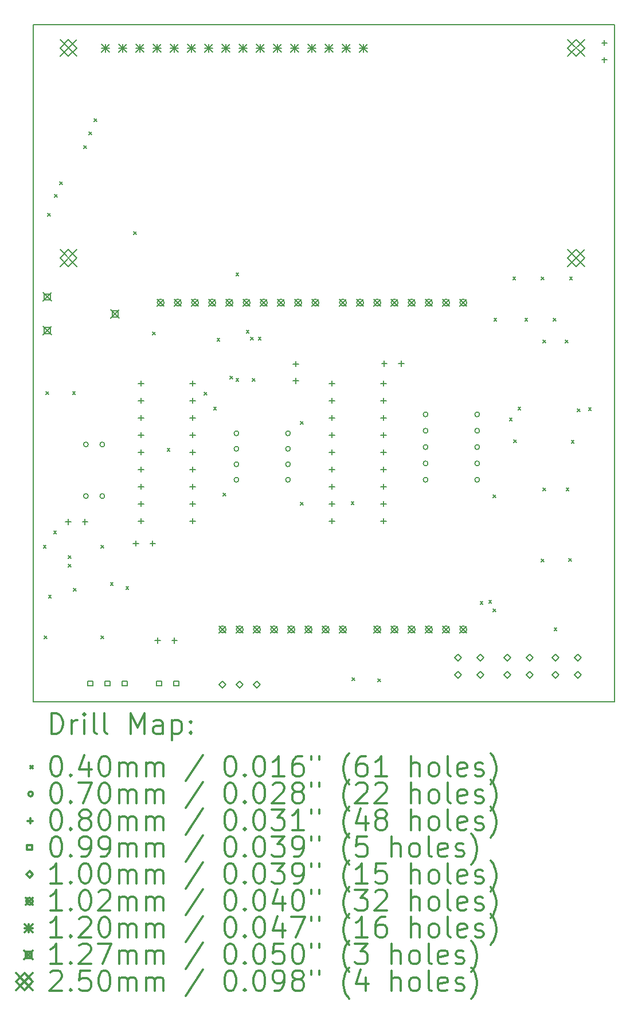
<source format=gbr>
%FSLAX45Y45*%
G04 Gerber Fmt 4.5, Leading zero omitted, Abs format (unit mm)*
G04 Created by KiCad (PCBNEW 4.0.5) date 05/03/17 08:17:34*
%MOMM*%
%LPD*%
G01*
G04 APERTURE LIST*
%ADD10C,0.127000*%
%ADD11C,0.150000*%
%ADD12C,0.200000*%
%ADD13C,0.300000*%
G04 APERTURE END LIST*
D10*
D11*
X19685000Y-3454400D02*
X19685000Y-13449300D01*
X11099800Y-3454400D02*
X11176000Y-3454400D01*
X11099800Y-13449300D02*
X11099800Y-3454400D01*
X11099800Y-3454400D02*
X19685000Y-3454400D01*
X11099800Y-13449300D02*
X19685000Y-13449300D01*
D12*
X11244900Y-11143300D02*
X11284900Y-11183300D01*
X11284900Y-11143300D02*
X11244900Y-11183300D01*
X11257600Y-12476800D02*
X11297600Y-12516800D01*
X11297600Y-12476800D02*
X11257600Y-12516800D01*
X11283000Y-8870000D02*
X11323000Y-8910000D01*
X11323000Y-8870000D02*
X11283000Y-8910000D01*
X11308400Y-6241100D02*
X11348400Y-6281100D01*
X11348400Y-6241100D02*
X11308400Y-6281100D01*
X11321100Y-11879900D02*
X11361100Y-11919900D01*
X11361100Y-11879900D02*
X11321100Y-11919900D01*
X11397300Y-10927400D02*
X11437300Y-10967400D01*
X11437300Y-10927400D02*
X11397300Y-10967400D01*
X11410000Y-5961700D02*
X11450000Y-6001700D01*
X11450000Y-5961700D02*
X11410000Y-6001700D01*
X11486200Y-5771200D02*
X11526200Y-5811200D01*
X11526200Y-5771200D02*
X11486200Y-5811200D01*
X11613200Y-11295700D02*
X11653200Y-11335700D01*
X11653200Y-11295700D02*
X11613200Y-11335700D01*
X11613200Y-11422700D02*
X11653200Y-11462700D01*
X11653200Y-11422700D02*
X11613200Y-11462700D01*
X11676700Y-8870000D02*
X11716700Y-8910000D01*
X11716700Y-8870000D02*
X11676700Y-8910000D01*
X11689400Y-11778300D02*
X11729400Y-11818300D01*
X11729400Y-11778300D02*
X11689400Y-11818300D01*
X11841800Y-5237800D02*
X11881800Y-5277800D01*
X11881800Y-5237800D02*
X11841800Y-5277800D01*
X11918000Y-5034600D02*
X11958000Y-5074600D01*
X11958000Y-5034600D02*
X11918000Y-5074600D01*
X11994200Y-4844100D02*
X12034200Y-4884100D01*
X12034200Y-4844100D02*
X11994200Y-4884100D01*
X12095800Y-11143300D02*
X12135800Y-11183300D01*
X12135800Y-11143300D02*
X12095800Y-11183300D01*
X12095800Y-12476800D02*
X12135800Y-12516800D01*
X12135800Y-12476800D02*
X12095800Y-12516800D01*
X12235500Y-11689400D02*
X12275500Y-11729400D01*
X12275500Y-11689400D02*
X12235500Y-11729400D01*
X12464100Y-11752900D02*
X12504100Y-11792900D01*
X12504100Y-11752900D02*
X12464100Y-11792900D01*
X12578400Y-6507800D02*
X12618400Y-6547800D01*
X12618400Y-6507800D02*
X12578400Y-6547800D01*
X12857800Y-7993700D02*
X12897800Y-8033700D01*
X12897800Y-7993700D02*
X12857800Y-8033700D01*
X13073700Y-9708200D02*
X13113700Y-9748200D01*
X13113700Y-9708200D02*
X13073700Y-9748200D01*
X13619800Y-8882700D02*
X13659800Y-8922700D01*
X13659800Y-8882700D02*
X13619800Y-8922700D01*
X13759500Y-9098600D02*
X13799500Y-9138600D01*
X13799500Y-9098600D02*
X13759500Y-9138600D01*
X13810300Y-8082600D02*
X13850300Y-8122600D01*
X13850300Y-8082600D02*
X13810300Y-8122600D01*
X13899200Y-10368600D02*
X13939200Y-10408600D01*
X13939200Y-10368600D02*
X13899200Y-10408600D01*
X14000800Y-8641400D02*
X14040800Y-8681400D01*
X14040800Y-8641400D02*
X14000800Y-8681400D01*
X14089700Y-7117400D02*
X14129700Y-7157400D01*
X14129700Y-7117400D02*
X14089700Y-7157400D01*
X14089700Y-8679500D02*
X14129700Y-8719500D01*
X14129700Y-8679500D02*
X14089700Y-8719500D01*
X14242100Y-7968300D02*
X14282100Y-8008300D01*
X14282100Y-7968300D02*
X14242100Y-8008300D01*
X14305600Y-8069900D02*
X14345600Y-8109900D01*
X14345600Y-8069900D02*
X14305600Y-8109900D01*
X14331000Y-8679500D02*
X14371000Y-8719500D01*
X14371000Y-8679500D02*
X14331000Y-8719500D01*
X14419900Y-8069900D02*
X14459900Y-8109900D01*
X14459900Y-8069900D02*
X14419900Y-8109900D01*
X15042200Y-9314500D02*
X15082200Y-9354500D01*
X15082200Y-9314500D02*
X15042200Y-9354500D01*
X15042200Y-10508300D02*
X15082200Y-10548300D01*
X15082200Y-10508300D02*
X15042200Y-10548300D01*
X15791500Y-10495600D02*
X15831500Y-10535600D01*
X15831500Y-10495600D02*
X15791500Y-10535600D01*
X15804200Y-13099100D02*
X15844200Y-13139100D01*
X15844200Y-13099100D02*
X15804200Y-13139100D01*
X16185200Y-13111800D02*
X16225200Y-13151800D01*
X16225200Y-13111800D02*
X16185200Y-13151800D01*
X17696500Y-11968800D02*
X17736500Y-12008800D01*
X17736500Y-11968800D02*
X17696500Y-12008800D01*
X17823500Y-11956100D02*
X17863500Y-11996100D01*
X17863500Y-11956100D02*
X17823500Y-11996100D01*
X17887000Y-10394000D02*
X17927000Y-10434000D01*
X17927000Y-10394000D02*
X17887000Y-10434000D01*
X17887000Y-12083100D02*
X17927000Y-12123100D01*
X17927000Y-12083100D02*
X17887000Y-12123100D01*
X17899700Y-7790500D02*
X17939700Y-7830500D01*
X17939700Y-7790500D02*
X17899700Y-7830500D01*
X18128300Y-9263700D02*
X18168300Y-9303700D01*
X18168300Y-9263700D02*
X18128300Y-9303700D01*
X18179100Y-7180900D02*
X18219100Y-7220900D01*
X18219100Y-7180900D02*
X18179100Y-7220900D01*
X18191800Y-9581200D02*
X18231800Y-9621200D01*
X18231800Y-9581200D02*
X18191800Y-9621200D01*
X18255300Y-9098600D02*
X18295300Y-9138600D01*
X18295300Y-9098600D02*
X18255300Y-9138600D01*
X18356900Y-7790500D02*
X18396900Y-7830500D01*
X18396900Y-7790500D02*
X18356900Y-7830500D01*
X18598200Y-7180900D02*
X18638200Y-7220900D01*
X18638200Y-7180900D02*
X18598200Y-7220900D01*
X18598200Y-11346500D02*
X18638200Y-11386500D01*
X18638200Y-11346500D02*
X18598200Y-11386500D01*
X18623600Y-8108000D02*
X18663600Y-8148000D01*
X18663600Y-8108000D02*
X18623600Y-8148000D01*
X18623600Y-10292400D02*
X18663600Y-10332400D01*
X18663600Y-10292400D02*
X18623600Y-10332400D01*
X18776000Y-7790500D02*
X18816000Y-7830500D01*
X18816000Y-7790500D02*
X18776000Y-7830500D01*
X18788700Y-12362500D02*
X18828700Y-12402500D01*
X18828700Y-12362500D02*
X18788700Y-12402500D01*
X18953800Y-8108000D02*
X18993800Y-8148000D01*
X18993800Y-8108000D02*
X18953800Y-8148000D01*
X18966500Y-10292400D02*
X19006500Y-10332400D01*
X19006500Y-10292400D02*
X18966500Y-10332400D01*
X19004600Y-11333800D02*
X19044600Y-11373800D01*
X19044600Y-11333800D02*
X19004600Y-11373800D01*
X19017300Y-7180900D02*
X19057300Y-7220900D01*
X19057300Y-7180900D02*
X19017300Y-7220900D01*
X19042700Y-9593900D02*
X19082700Y-9633900D01*
X19082700Y-9593900D02*
X19042700Y-9633900D01*
X19131600Y-9124000D02*
X19171600Y-9164000D01*
X19171600Y-9124000D02*
X19131600Y-9164000D01*
X19296700Y-9111300D02*
X19336700Y-9151300D01*
X19336700Y-9111300D02*
X19296700Y-9151300D01*
X11909500Y-9652000D02*
G75*
G03X11909500Y-9652000I-35000J0D01*
G01*
X11909500Y-10414000D02*
G75*
G03X11909500Y-10414000I-35000J0D01*
G01*
X12150800Y-9652000D02*
G75*
G03X12150800Y-9652000I-35000J0D01*
G01*
X12150800Y-10414000D02*
G75*
G03X12150800Y-10414000I-35000J0D01*
G01*
X14132000Y-9486900D02*
G75*
G03X14132000Y-9486900I-35000J0D01*
G01*
X14132000Y-9715500D02*
G75*
G03X14132000Y-9715500I-35000J0D01*
G01*
X14132000Y-9944100D02*
G75*
G03X14132000Y-9944100I-35000J0D01*
G01*
X14132000Y-10172700D02*
G75*
G03X14132000Y-10172700I-35000J0D01*
G01*
X14894000Y-9486900D02*
G75*
G03X14894000Y-9486900I-35000J0D01*
G01*
X14894000Y-9715500D02*
G75*
G03X14894000Y-9715500I-35000J0D01*
G01*
X14894000Y-9944100D02*
G75*
G03X14894000Y-9944100I-35000J0D01*
G01*
X14894000Y-10172700D02*
G75*
G03X14894000Y-10172700I-35000J0D01*
G01*
X16926000Y-9207500D02*
G75*
G03X16926000Y-9207500I-35000J0D01*
G01*
X16926000Y-9448800D02*
G75*
G03X16926000Y-9448800I-35000J0D01*
G01*
X16926000Y-9690100D02*
G75*
G03X16926000Y-9690100I-35000J0D01*
G01*
X16926000Y-9931400D02*
G75*
G03X16926000Y-9931400I-35000J0D01*
G01*
X16926000Y-10172700D02*
G75*
G03X16926000Y-10172700I-35000J0D01*
G01*
X17688000Y-9207500D02*
G75*
G03X17688000Y-9207500I-35000J0D01*
G01*
X17688000Y-9448800D02*
G75*
G03X17688000Y-9448800I-35000J0D01*
G01*
X17688000Y-9690100D02*
G75*
G03X17688000Y-9690100I-35000J0D01*
G01*
X17688000Y-9931400D02*
G75*
G03X17688000Y-9931400I-35000J0D01*
G01*
X17688000Y-10172700D02*
G75*
G03X17688000Y-10172700I-35000J0D01*
G01*
X11611800Y-10755000D02*
X11611800Y-10835000D01*
X11571800Y-10795000D02*
X11651800Y-10795000D01*
X11861800Y-10755000D02*
X11861800Y-10835000D01*
X11821800Y-10795000D02*
X11901800Y-10795000D01*
X12611100Y-11072500D02*
X12611100Y-11152500D01*
X12571100Y-11112500D02*
X12651100Y-11112500D01*
X12687300Y-8710300D02*
X12687300Y-8790300D01*
X12647300Y-8750300D02*
X12727300Y-8750300D01*
X12687300Y-8964300D02*
X12687300Y-9044300D01*
X12647300Y-9004300D02*
X12727300Y-9004300D01*
X12687300Y-9218300D02*
X12687300Y-9298300D01*
X12647300Y-9258300D02*
X12727300Y-9258300D01*
X12687300Y-9472300D02*
X12687300Y-9552300D01*
X12647300Y-9512300D02*
X12727300Y-9512300D01*
X12687300Y-9726300D02*
X12687300Y-9806300D01*
X12647300Y-9766300D02*
X12727300Y-9766300D01*
X12687300Y-9980300D02*
X12687300Y-10060300D01*
X12647300Y-10020300D02*
X12727300Y-10020300D01*
X12687300Y-10234300D02*
X12687300Y-10314300D01*
X12647300Y-10274300D02*
X12727300Y-10274300D01*
X12687300Y-10488300D02*
X12687300Y-10568300D01*
X12647300Y-10528300D02*
X12727300Y-10528300D01*
X12687300Y-10742300D02*
X12687300Y-10822300D01*
X12647300Y-10782300D02*
X12727300Y-10782300D01*
X12861100Y-11072500D02*
X12861100Y-11152500D01*
X12821100Y-11112500D02*
X12901100Y-11112500D01*
X12932600Y-12507600D02*
X12932600Y-12587600D01*
X12892600Y-12547600D02*
X12972600Y-12547600D01*
X13182600Y-12507600D02*
X13182600Y-12587600D01*
X13142600Y-12547600D02*
X13222600Y-12547600D01*
X13449300Y-8710300D02*
X13449300Y-8790300D01*
X13409300Y-8750300D02*
X13489300Y-8750300D01*
X13449300Y-8964300D02*
X13449300Y-9044300D01*
X13409300Y-9004300D02*
X13489300Y-9004300D01*
X13449300Y-9218300D02*
X13449300Y-9298300D01*
X13409300Y-9258300D02*
X13489300Y-9258300D01*
X13449300Y-9472300D02*
X13449300Y-9552300D01*
X13409300Y-9512300D02*
X13489300Y-9512300D01*
X13449300Y-9726300D02*
X13449300Y-9806300D01*
X13409300Y-9766300D02*
X13489300Y-9766300D01*
X13449300Y-9980300D02*
X13449300Y-10060300D01*
X13409300Y-10020300D02*
X13489300Y-10020300D01*
X13449300Y-10234300D02*
X13449300Y-10314300D01*
X13409300Y-10274300D02*
X13489300Y-10274300D01*
X13449300Y-10488300D02*
X13449300Y-10568300D01*
X13409300Y-10528300D02*
X13489300Y-10528300D01*
X13449300Y-10742300D02*
X13449300Y-10822300D01*
X13409300Y-10782300D02*
X13489300Y-10782300D01*
X14973300Y-8422200D02*
X14973300Y-8502200D01*
X14933300Y-8462200D02*
X15013300Y-8462200D01*
X14973300Y-8672200D02*
X14973300Y-8752200D01*
X14933300Y-8712200D02*
X15013300Y-8712200D01*
X15506700Y-8710300D02*
X15506700Y-8790300D01*
X15466700Y-8750300D02*
X15546700Y-8750300D01*
X15506700Y-8964300D02*
X15506700Y-9044300D01*
X15466700Y-9004300D02*
X15546700Y-9004300D01*
X15506700Y-9218300D02*
X15506700Y-9298300D01*
X15466700Y-9258300D02*
X15546700Y-9258300D01*
X15506700Y-9472300D02*
X15506700Y-9552300D01*
X15466700Y-9512300D02*
X15546700Y-9512300D01*
X15506700Y-9726300D02*
X15506700Y-9806300D01*
X15466700Y-9766300D02*
X15546700Y-9766300D01*
X15506700Y-9980300D02*
X15506700Y-10060300D01*
X15466700Y-10020300D02*
X15546700Y-10020300D01*
X15506700Y-10234300D02*
X15506700Y-10314300D01*
X15466700Y-10274300D02*
X15546700Y-10274300D01*
X15506700Y-10488300D02*
X15506700Y-10568300D01*
X15466700Y-10528300D02*
X15546700Y-10528300D01*
X15506700Y-10742300D02*
X15506700Y-10822300D01*
X15466700Y-10782300D02*
X15546700Y-10782300D01*
X16268700Y-8710300D02*
X16268700Y-8790300D01*
X16228700Y-8750300D02*
X16308700Y-8750300D01*
X16268700Y-8964300D02*
X16268700Y-9044300D01*
X16228700Y-9004300D02*
X16308700Y-9004300D01*
X16268700Y-9218300D02*
X16268700Y-9298300D01*
X16228700Y-9258300D02*
X16308700Y-9258300D01*
X16268700Y-9472300D02*
X16268700Y-9552300D01*
X16228700Y-9512300D02*
X16308700Y-9512300D01*
X16268700Y-9726300D02*
X16268700Y-9806300D01*
X16228700Y-9766300D02*
X16308700Y-9766300D01*
X16268700Y-9980300D02*
X16268700Y-10060300D01*
X16228700Y-10020300D02*
X16308700Y-10020300D01*
X16268700Y-10234300D02*
X16268700Y-10314300D01*
X16228700Y-10274300D02*
X16308700Y-10274300D01*
X16268700Y-10488300D02*
X16268700Y-10568300D01*
X16228700Y-10528300D02*
X16308700Y-10528300D01*
X16268700Y-10742300D02*
X16268700Y-10822300D01*
X16228700Y-10782300D02*
X16308700Y-10782300D01*
X16281400Y-8418200D02*
X16281400Y-8498200D01*
X16241400Y-8458200D02*
X16321400Y-8458200D01*
X16531400Y-8418200D02*
X16531400Y-8498200D01*
X16491400Y-8458200D02*
X16571400Y-8458200D01*
X19532600Y-3681100D02*
X19532600Y-3761100D01*
X19492600Y-3721100D02*
X19572600Y-3721100D01*
X19532600Y-3931100D02*
X19532600Y-4011100D01*
X19492600Y-3971100D02*
X19572600Y-3971100D01*
X11973023Y-13217623D02*
X11973023Y-13147577D01*
X11902977Y-13147577D01*
X11902977Y-13217623D01*
X11973023Y-13217623D01*
X12227023Y-13217623D02*
X12227023Y-13147577D01*
X12156977Y-13147577D01*
X12156977Y-13217623D01*
X12227023Y-13217623D01*
X12481023Y-13217623D02*
X12481023Y-13147577D01*
X12410977Y-13147577D01*
X12410977Y-13217623D01*
X12481023Y-13217623D01*
X12989023Y-13217623D02*
X12989023Y-13147577D01*
X12918977Y-13147577D01*
X12918977Y-13217623D01*
X12989023Y-13217623D01*
X13243023Y-13217623D02*
X13243023Y-13147577D01*
X13172977Y-13147577D01*
X13172977Y-13217623D01*
X13243023Y-13217623D01*
X13893800Y-13245300D02*
X13943800Y-13195300D01*
X13893800Y-13145300D01*
X13843800Y-13195300D01*
X13893800Y-13245300D01*
X14147800Y-13245300D02*
X14197800Y-13195300D01*
X14147800Y-13145300D01*
X14097800Y-13195300D01*
X14147800Y-13245300D01*
X14401800Y-13245300D02*
X14451800Y-13195300D01*
X14401800Y-13145300D01*
X14351800Y-13195300D01*
X14401800Y-13245300D01*
X17373600Y-12851600D02*
X17423600Y-12801600D01*
X17373600Y-12751600D01*
X17323600Y-12801600D01*
X17373600Y-12851600D01*
X17373600Y-13105600D02*
X17423600Y-13055600D01*
X17373600Y-13005600D01*
X17323600Y-13055600D01*
X17373600Y-13105600D01*
X17703800Y-12851600D02*
X17753800Y-12801600D01*
X17703800Y-12751600D01*
X17653800Y-12801600D01*
X17703800Y-12851600D01*
X17703800Y-13105600D02*
X17753800Y-13055600D01*
X17703800Y-13005600D01*
X17653800Y-13055600D01*
X17703800Y-13105600D01*
X18097500Y-12851600D02*
X18147500Y-12801600D01*
X18097500Y-12751600D01*
X18047500Y-12801600D01*
X18097500Y-12851600D01*
X18097500Y-13105600D02*
X18147500Y-13055600D01*
X18097500Y-13005600D01*
X18047500Y-13055600D01*
X18097500Y-13105600D01*
X18427700Y-12851600D02*
X18477700Y-12801600D01*
X18427700Y-12751600D01*
X18377700Y-12801600D01*
X18427700Y-12851600D01*
X18427700Y-13105600D02*
X18477700Y-13055600D01*
X18427700Y-13005600D01*
X18377700Y-13055600D01*
X18427700Y-13105600D01*
X18808700Y-12851600D02*
X18858700Y-12801600D01*
X18808700Y-12751600D01*
X18758700Y-12801600D01*
X18808700Y-12851600D01*
X18808700Y-13105600D02*
X18858700Y-13055600D01*
X18808700Y-13005600D01*
X18758700Y-13055600D01*
X18808700Y-13105600D01*
X19138900Y-12851600D02*
X19188900Y-12801600D01*
X19138900Y-12751600D01*
X19088900Y-12801600D01*
X19138900Y-12851600D01*
X19138900Y-13105600D02*
X19188900Y-13055600D01*
X19138900Y-13005600D01*
X19088900Y-13055600D01*
X19138900Y-13105600D01*
X12928600Y-7505700D02*
X13030200Y-7607300D01*
X13030200Y-7505700D02*
X12928600Y-7607300D01*
X13030200Y-7556500D02*
G75*
G03X13030200Y-7556500I-50800J0D01*
G01*
X13182600Y-7505700D02*
X13284200Y-7607300D01*
X13284200Y-7505700D02*
X13182600Y-7607300D01*
X13284200Y-7556500D02*
G75*
G03X13284200Y-7556500I-50800J0D01*
G01*
X13436600Y-7505700D02*
X13538200Y-7607300D01*
X13538200Y-7505700D02*
X13436600Y-7607300D01*
X13538200Y-7556500D02*
G75*
G03X13538200Y-7556500I-50800J0D01*
G01*
X13690600Y-7505700D02*
X13792200Y-7607300D01*
X13792200Y-7505700D02*
X13690600Y-7607300D01*
X13792200Y-7556500D02*
G75*
G03X13792200Y-7556500I-50800J0D01*
G01*
X13843000Y-12331700D02*
X13944600Y-12433300D01*
X13944600Y-12331700D02*
X13843000Y-12433300D01*
X13944600Y-12382500D02*
G75*
G03X13944600Y-12382500I-50800J0D01*
G01*
X13944600Y-7505700D02*
X14046200Y-7607300D01*
X14046200Y-7505700D02*
X13944600Y-7607300D01*
X14046200Y-7556500D02*
G75*
G03X14046200Y-7556500I-50800J0D01*
G01*
X14097000Y-12331700D02*
X14198600Y-12433300D01*
X14198600Y-12331700D02*
X14097000Y-12433300D01*
X14198600Y-12382500D02*
G75*
G03X14198600Y-12382500I-50800J0D01*
G01*
X14198600Y-7505700D02*
X14300200Y-7607300D01*
X14300200Y-7505700D02*
X14198600Y-7607300D01*
X14300200Y-7556500D02*
G75*
G03X14300200Y-7556500I-50800J0D01*
G01*
X14351000Y-12331700D02*
X14452600Y-12433300D01*
X14452600Y-12331700D02*
X14351000Y-12433300D01*
X14452600Y-12382500D02*
G75*
G03X14452600Y-12382500I-50800J0D01*
G01*
X14452600Y-7505700D02*
X14554200Y-7607300D01*
X14554200Y-7505700D02*
X14452600Y-7607300D01*
X14554200Y-7556500D02*
G75*
G03X14554200Y-7556500I-50800J0D01*
G01*
X14605000Y-12331700D02*
X14706600Y-12433300D01*
X14706600Y-12331700D02*
X14605000Y-12433300D01*
X14706600Y-12382500D02*
G75*
G03X14706600Y-12382500I-50800J0D01*
G01*
X14706600Y-7505700D02*
X14808200Y-7607300D01*
X14808200Y-7505700D02*
X14706600Y-7607300D01*
X14808200Y-7556500D02*
G75*
G03X14808200Y-7556500I-50800J0D01*
G01*
X14859000Y-12331700D02*
X14960600Y-12433300D01*
X14960600Y-12331700D02*
X14859000Y-12433300D01*
X14960600Y-12382500D02*
G75*
G03X14960600Y-12382500I-50800J0D01*
G01*
X14960600Y-7505700D02*
X15062200Y-7607300D01*
X15062200Y-7505700D02*
X14960600Y-7607300D01*
X15062200Y-7556500D02*
G75*
G03X15062200Y-7556500I-50800J0D01*
G01*
X15113000Y-12331700D02*
X15214600Y-12433300D01*
X15214600Y-12331700D02*
X15113000Y-12433300D01*
X15214600Y-12382500D02*
G75*
G03X15214600Y-12382500I-50800J0D01*
G01*
X15214600Y-7505700D02*
X15316200Y-7607300D01*
X15316200Y-7505700D02*
X15214600Y-7607300D01*
X15316200Y-7556500D02*
G75*
G03X15316200Y-7556500I-50800J0D01*
G01*
X15367000Y-12331700D02*
X15468600Y-12433300D01*
X15468600Y-12331700D02*
X15367000Y-12433300D01*
X15468600Y-12382500D02*
G75*
G03X15468600Y-12382500I-50800J0D01*
G01*
X15621000Y-7505700D02*
X15722600Y-7607300D01*
X15722600Y-7505700D02*
X15621000Y-7607300D01*
X15722600Y-7556500D02*
G75*
G03X15722600Y-7556500I-50800J0D01*
G01*
X15621000Y-12331700D02*
X15722600Y-12433300D01*
X15722600Y-12331700D02*
X15621000Y-12433300D01*
X15722600Y-12382500D02*
G75*
G03X15722600Y-12382500I-50800J0D01*
G01*
X15875000Y-7505700D02*
X15976600Y-7607300D01*
X15976600Y-7505700D02*
X15875000Y-7607300D01*
X15976600Y-7556500D02*
G75*
G03X15976600Y-7556500I-50800J0D01*
G01*
X16129000Y-7505700D02*
X16230600Y-7607300D01*
X16230600Y-7505700D02*
X16129000Y-7607300D01*
X16230600Y-7556500D02*
G75*
G03X16230600Y-7556500I-50800J0D01*
G01*
X16129000Y-12331700D02*
X16230600Y-12433300D01*
X16230600Y-12331700D02*
X16129000Y-12433300D01*
X16230600Y-12382500D02*
G75*
G03X16230600Y-12382500I-50800J0D01*
G01*
X16383000Y-7505700D02*
X16484600Y-7607300D01*
X16484600Y-7505700D02*
X16383000Y-7607300D01*
X16484600Y-7556500D02*
G75*
G03X16484600Y-7556500I-50800J0D01*
G01*
X16383000Y-12331700D02*
X16484600Y-12433300D01*
X16484600Y-12331700D02*
X16383000Y-12433300D01*
X16484600Y-12382500D02*
G75*
G03X16484600Y-12382500I-50800J0D01*
G01*
X16637000Y-7505700D02*
X16738600Y-7607300D01*
X16738600Y-7505700D02*
X16637000Y-7607300D01*
X16738600Y-7556500D02*
G75*
G03X16738600Y-7556500I-50800J0D01*
G01*
X16637000Y-12331700D02*
X16738600Y-12433300D01*
X16738600Y-12331700D02*
X16637000Y-12433300D01*
X16738600Y-12382500D02*
G75*
G03X16738600Y-12382500I-50800J0D01*
G01*
X16891000Y-7505700D02*
X16992600Y-7607300D01*
X16992600Y-7505700D02*
X16891000Y-7607300D01*
X16992600Y-7556500D02*
G75*
G03X16992600Y-7556500I-50800J0D01*
G01*
X16891000Y-12331700D02*
X16992600Y-12433300D01*
X16992600Y-12331700D02*
X16891000Y-12433300D01*
X16992600Y-12382500D02*
G75*
G03X16992600Y-12382500I-50800J0D01*
G01*
X17145000Y-7505700D02*
X17246600Y-7607300D01*
X17246600Y-7505700D02*
X17145000Y-7607300D01*
X17246600Y-7556500D02*
G75*
G03X17246600Y-7556500I-50800J0D01*
G01*
X17145000Y-12331700D02*
X17246600Y-12433300D01*
X17246600Y-12331700D02*
X17145000Y-12433300D01*
X17246600Y-12382500D02*
G75*
G03X17246600Y-12382500I-50800J0D01*
G01*
X17399000Y-7505700D02*
X17500600Y-7607300D01*
X17500600Y-7505700D02*
X17399000Y-7607300D01*
X17500600Y-7556500D02*
G75*
G03X17500600Y-7556500I-50800J0D01*
G01*
X17399000Y-12331700D02*
X17500600Y-12433300D01*
X17500600Y-12331700D02*
X17399000Y-12433300D01*
X17500600Y-12382500D02*
G75*
G03X17500600Y-12382500I-50800J0D01*
G01*
X12106600Y-3737300D02*
X12226600Y-3857300D01*
X12226600Y-3737300D02*
X12106600Y-3857300D01*
X12166600Y-3737300D02*
X12166600Y-3857300D01*
X12106600Y-3797300D02*
X12226600Y-3797300D01*
X12360600Y-3737300D02*
X12480600Y-3857300D01*
X12480600Y-3737300D02*
X12360600Y-3857300D01*
X12420600Y-3737300D02*
X12420600Y-3857300D01*
X12360600Y-3797300D02*
X12480600Y-3797300D01*
X12614600Y-3737300D02*
X12734600Y-3857300D01*
X12734600Y-3737300D02*
X12614600Y-3857300D01*
X12674600Y-3737300D02*
X12674600Y-3857300D01*
X12614600Y-3797300D02*
X12734600Y-3797300D01*
X12868600Y-3737300D02*
X12988600Y-3857300D01*
X12988600Y-3737300D02*
X12868600Y-3857300D01*
X12928600Y-3737300D02*
X12928600Y-3857300D01*
X12868600Y-3797300D02*
X12988600Y-3797300D01*
X13122600Y-3737300D02*
X13242600Y-3857300D01*
X13242600Y-3737300D02*
X13122600Y-3857300D01*
X13182600Y-3737300D02*
X13182600Y-3857300D01*
X13122600Y-3797300D02*
X13242600Y-3797300D01*
X13376600Y-3737300D02*
X13496600Y-3857300D01*
X13496600Y-3737300D02*
X13376600Y-3857300D01*
X13436600Y-3737300D02*
X13436600Y-3857300D01*
X13376600Y-3797300D02*
X13496600Y-3797300D01*
X13630600Y-3737300D02*
X13750600Y-3857300D01*
X13750600Y-3737300D02*
X13630600Y-3857300D01*
X13690600Y-3737300D02*
X13690600Y-3857300D01*
X13630600Y-3797300D02*
X13750600Y-3797300D01*
X13884600Y-3737300D02*
X14004600Y-3857300D01*
X14004600Y-3737300D02*
X13884600Y-3857300D01*
X13944600Y-3737300D02*
X13944600Y-3857300D01*
X13884600Y-3797300D02*
X14004600Y-3797300D01*
X14138600Y-3737300D02*
X14258600Y-3857300D01*
X14258600Y-3737300D02*
X14138600Y-3857300D01*
X14198600Y-3737300D02*
X14198600Y-3857300D01*
X14138600Y-3797300D02*
X14258600Y-3797300D01*
X14392600Y-3737300D02*
X14512600Y-3857300D01*
X14512600Y-3737300D02*
X14392600Y-3857300D01*
X14452600Y-3737300D02*
X14452600Y-3857300D01*
X14392600Y-3797300D02*
X14512600Y-3797300D01*
X14646600Y-3737300D02*
X14766600Y-3857300D01*
X14766600Y-3737300D02*
X14646600Y-3857300D01*
X14706600Y-3737300D02*
X14706600Y-3857300D01*
X14646600Y-3797300D02*
X14766600Y-3797300D01*
X14900600Y-3737300D02*
X15020600Y-3857300D01*
X15020600Y-3737300D02*
X14900600Y-3857300D01*
X14960600Y-3737300D02*
X14960600Y-3857300D01*
X14900600Y-3797300D02*
X15020600Y-3797300D01*
X15154600Y-3737300D02*
X15274600Y-3857300D01*
X15274600Y-3737300D02*
X15154600Y-3857300D01*
X15214600Y-3737300D02*
X15214600Y-3857300D01*
X15154600Y-3797300D02*
X15274600Y-3797300D01*
X15408600Y-3737300D02*
X15528600Y-3857300D01*
X15528600Y-3737300D02*
X15408600Y-3857300D01*
X15468600Y-3737300D02*
X15468600Y-3857300D01*
X15408600Y-3797300D02*
X15528600Y-3797300D01*
X15662600Y-3737300D02*
X15782600Y-3857300D01*
X15782600Y-3737300D02*
X15662600Y-3857300D01*
X15722600Y-3737300D02*
X15722600Y-3857300D01*
X15662600Y-3797300D02*
X15782600Y-3797300D01*
X15916600Y-3737300D02*
X16036600Y-3857300D01*
X16036600Y-3737300D02*
X15916600Y-3857300D01*
X15976600Y-3737300D02*
X15976600Y-3857300D01*
X15916600Y-3797300D02*
X16036600Y-3797300D01*
X11242040Y-7409180D02*
X11369040Y-7536180D01*
X11369040Y-7409180D02*
X11242040Y-7536180D01*
X11350442Y-7517582D02*
X11350442Y-7427778D01*
X11260638Y-7427778D01*
X11260638Y-7517582D01*
X11350442Y-7517582D01*
X11242040Y-7907020D02*
X11369040Y-8034020D01*
X11369040Y-7907020D02*
X11242040Y-8034020D01*
X11350442Y-8015422D02*
X11350442Y-7925618D01*
X11260638Y-7925618D01*
X11260638Y-8015422D01*
X11350442Y-8015422D01*
X12242800Y-7658100D02*
X12369800Y-7785100D01*
X12369800Y-7658100D02*
X12242800Y-7785100D01*
X12351202Y-7766502D02*
X12351202Y-7676698D01*
X12261398Y-7676698D01*
X12261398Y-7766502D01*
X12351202Y-7766502D01*
X11491690Y-3672300D02*
X11741690Y-3922300D01*
X11741690Y-3672300D02*
X11491690Y-3922300D01*
X11616690Y-3922300D02*
X11741690Y-3797300D01*
X11616690Y-3672300D01*
X11491690Y-3797300D01*
X11616690Y-3922300D01*
X11491690Y-6772370D02*
X11741690Y-7022370D01*
X11741690Y-6772370D02*
X11491690Y-7022370D01*
X11616690Y-7022370D02*
X11741690Y-6897370D01*
X11616690Y-6772370D01*
X11491690Y-6897370D01*
X11616690Y-7022370D01*
X18991548Y-3672300D02*
X19241548Y-3922300D01*
X19241548Y-3672300D02*
X18991548Y-3922300D01*
X19116548Y-3922300D02*
X19241548Y-3797300D01*
X19116548Y-3672300D01*
X18991548Y-3797300D01*
X19116548Y-3922300D01*
X18991548Y-6772370D02*
X19241548Y-7022370D01*
X19241548Y-6772370D02*
X18991548Y-7022370D01*
X19116548Y-7022370D02*
X19241548Y-6897370D01*
X19116548Y-6772370D01*
X18991548Y-6897370D01*
X19116548Y-7022370D01*
D13*
X11363728Y-13922514D02*
X11363728Y-13622514D01*
X11435157Y-13622514D01*
X11478014Y-13636800D01*
X11506586Y-13665371D01*
X11520871Y-13693943D01*
X11535157Y-13751086D01*
X11535157Y-13793943D01*
X11520871Y-13851086D01*
X11506586Y-13879657D01*
X11478014Y-13908229D01*
X11435157Y-13922514D01*
X11363728Y-13922514D01*
X11663728Y-13922514D02*
X11663728Y-13722514D01*
X11663728Y-13779657D02*
X11678014Y-13751086D01*
X11692300Y-13736800D01*
X11720871Y-13722514D01*
X11749443Y-13722514D01*
X11849443Y-13922514D02*
X11849443Y-13722514D01*
X11849443Y-13622514D02*
X11835157Y-13636800D01*
X11849443Y-13651086D01*
X11863728Y-13636800D01*
X11849443Y-13622514D01*
X11849443Y-13651086D01*
X12035157Y-13922514D02*
X12006586Y-13908229D01*
X11992300Y-13879657D01*
X11992300Y-13622514D01*
X12192300Y-13922514D02*
X12163728Y-13908229D01*
X12149443Y-13879657D01*
X12149443Y-13622514D01*
X12535157Y-13922514D02*
X12535157Y-13622514D01*
X12635157Y-13836800D01*
X12735157Y-13622514D01*
X12735157Y-13922514D01*
X13006586Y-13922514D02*
X13006586Y-13765371D01*
X12992300Y-13736800D01*
X12963728Y-13722514D01*
X12906586Y-13722514D01*
X12878014Y-13736800D01*
X13006586Y-13908229D02*
X12978014Y-13922514D01*
X12906586Y-13922514D01*
X12878014Y-13908229D01*
X12863728Y-13879657D01*
X12863728Y-13851086D01*
X12878014Y-13822514D01*
X12906586Y-13808229D01*
X12978014Y-13808229D01*
X13006586Y-13793943D01*
X13149443Y-13722514D02*
X13149443Y-14022514D01*
X13149443Y-13736800D02*
X13178014Y-13722514D01*
X13235157Y-13722514D01*
X13263728Y-13736800D01*
X13278014Y-13751086D01*
X13292300Y-13779657D01*
X13292300Y-13865371D01*
X13278014Y-13893943D01*
X13263728Y-13908229D01*
X13235157Y-13922514D01*
X13178014Y-13922514D01*
X13149443Y-13908229D01*
X13420871Y-13893943D02*
X13435157Y-13908229D01*
X13420871Y-13922514D01*
X13406586Y-13908229D01*
X13420871Y-13893943D01*
X13420871Y-13922514D01*
X13420871Y-13736800D02*
X13435157Y-13751086D01*
X13420871Y-13765371D01*
X13406586Y-13751086D01*
X13420871Y-13736800D01*
X13420871Y-13765371D01*
X11052300Y-14396800D02*
X11092300Y-14436800D01*
X11092300Y-14396800D02*
X11052300Y-14436800D01*
X11420871Y-14252514D02*
X11449443Y-14252514D01*
X11478014Y-14266800D01*
X11492300Y-14281086D01*
X11506586Y-14309657D01*
X11520871Y-14366800D01*
X11520871Y-14438229D01*
X11506586Y-14495371D01*
X11492300Y-14523943D01*
X11478014Y-14538229D01*
X11449443Y-14552514D01*
X11420871Y-14552514D01*
X11392300Y-14538229D01*
X11378014Y-14523943D01*
X11363728Y-14495371D01*
X11349443Y-14438229D01*
X11349443Y-14366800D01*
X11363728Y-14309657D01*
X11378014Y-14281086D01*
X11392300Y-14266800D01*
X11420871Y-14252514D01*
X11649443Y-14523943D02*
X11663728Y-14538229D01*
X11649443Y-14552514D01*
X11635157Y-14538229D01*
X11649443Y-14523943D01*
X11649443Y-14552514D01*
X11920871Y-14352514D02*
X11920871Y-14552514D01*
X11849443Y-14238229D02*
X11778014Y-14452514D01*
X11963728Y-14452514D01*
X12135157Y-14252514D02*
X12163728Y-14252514D01*
X12192300Y-14266800D01*
X12206586Y-14281086D01*
X12220871Y-14309657D01*
X12235157Y-14366800D01*
X12235157Y-14438229D01*
X12220871Y-14495371D01*
X12206586Y-14523943D01*
X12192300Y-14538229D01*
X12163728Y-14552514D01*
X12135157Y-14552514D01*
X12106586Y-14538229D01*
X12092300Y-14523943D01*
X12078014Y-14495371D01*
X12063728Y-14438229D01*
X12063728Y-14366800D01*
X12078014Y-14309657D01*
X12092300Y-14281086D01*
X12106586Y-14266800D01*
X12135157Y-14252514D01*
X12363728Y-14552514D02*
X12363728Y-14352514D01*
X12363728Y-14381086D02*
X12378014Y-14366800D01*
X12406586Y-14352514D01*
X12449443Y-14352514D01*
X12478014Y-14366800D01*
X12492300Y-14395371D01*
X12492300Y-14552514D01*
X12492300Y-14395371D02*
X12506586Y-14366800D01*
X12535157Y-14352514D01*
X12578014Y-14352514D01*
X12606586Y-14366800D01*
X12620871Y-14395371D01*
X12620871Y-14552514D01*
X12763728Y-14552514D02*
X12763728Y-14352514D01*
X12763728Y-14381086D02*
X12778014Y-14366800D01*
X12806586Y-14352514D01*
X12849443Y-14352514D01*
X12878014Y-14366800D01*
X12892300Y-14395371D01*
X12892300Y-14552514D01*
X12892300Y-14395371D02*
X12906586Y-14366800D01*
X12935157Y-14352514D01*
X12978014Y-14352514D01*
X13006586Y-14366800D01*
X13020871Y-14395371D01*
X13020871Y-14552514D01*
X13606586Y-14238229D02*
X13349443Y-14623943D01*
X13992300Y-14252514D02*
X14020871Y-14252514D01*
X14049443Y-14266800D01*
X14063728Y-14281086D01*
X14078014Y-14309657D01*
X14092300Y-14366800D01*
X14092300Y-14438229D01*
X14078014Y-14495371D01*
X14063728Y-14523943D01*
X14049443Y-14538229D01*
X14020871Y-14552514D01*
X13992300Y-14552514D01*
X13963728Y-14538229D01*
X13949443Y-14523943D01*
X13935157Y-14495371D01*
X13920871Y-14438229D01*
X13920871Y-14366800D01*
X13935157Y-14309657D01*
X13949443Y-14281086D01*
X13963728Y-14266800D01*
X13992300Y-14252514D01*
X14220871Y-14523943D02*
X14235157Y-14538229D01*
X14220871Y-14552514D01*
X14206586Y-14538229D01*
X14220871Y-14523943D01*
X14220871Y-14552514D01*
X14420871Y-14252514D02*
X14449443Y-14252514D01*
X14478014Y-14266800D01*
X14492300Y-14281086D01*
X14506585Y-14309657D01*
X14520871Y-14366800D01*
X14520871Y-14438229D01*
X14506585Y-14495371D01*
X14492300Y-14523943D01*
X14478014Y-14538229D01*
X14449443Y-14552514D01*
X14420871Y-14552514D01*
X14392300Y-14538229D01*
X14378014Y-14523943D01*
X14363728Y-14495371D01*
X14349443Y-14438229D01*
X14349443Y-14366800D01*
X14363728Y-14309657D01*
X14378014Y-14281086D01*
X14392300Y-14266800D01*
X14420871Y-14252514D01*
X14806585Y-14552514D02*
X14635157Y-14552514D01*
X14720871Y-14552514D02*
X14720871Y-14252514D01*
X14692300Y-14295371D01*
X14663728Y-14323943D01*
X14635157Y-14338229D01*
X15063728Y-14252514D02*
X15006585Y-14252514D01*
X14978014Y-14266800D01*
X14963728Y-14281086D01*
X14935157Y-14323943D01*
X14920871Y-14381086D01*
X14920871Y-14495371D01*
X14935157Y-14523943D01*
X14949443Y-14538229D01*
X14978014Y-14552514D01*
X15035157Y-14552514D01*
X15063728Y-14538229D01*
X15078014Y-14523943D01*
X15092300Y-14495371D01*
X15092300Y-14423943D01*
X15078014Y-14395371D01*
X15063728Y-14381086D01*
X15035157Y-14366800D01*
X14978014Y-14366800D01*
X14949443Y-14381086D01*
X14935157Y-14395371D01*
X14920871Y-14423943D01*
X15206586Y-14252514D02*
X15206586Y-14309657D01*
X15320871Y-14252514D02*
X15320871Y-14309657D01*
X15763728Y-14666800D02*
X15749443Y-14652514D01*
X15720871Y-14609657D01*
X15706585Y-14581086D01*
X15692300Y-14538229D01*
X15678014Y-14466800D01*
X15678014Y-14409657D01*
X15692300Y-14338229D01*
X15706585Y-14295371D01*
X15720871Y-14266800D01*
X15749443Y-14223943D01*
X15763728Y-14209657D01*
X16006585Y-14252514D02*
X15949443Y-14252514D01*
X15920871Y-14266800D01*
X15906585Y-14281086D01*
X15878014Y-14323943D01*
X15863728Y-14381086D01*
X15863728Y-14495371D01*
X15878014Y-14523943D01*
X15892300Y-14538229D01*
X15920871Y-14552514D01*
X15978014Y-14552514D01*
X16006585Y-14538229D01*
X16020871Y-14523943D01*
X16035157Y-14495371D01*
X16035157Y-14423943D01*
X16020871Y-14395371D01*
X16006585Y-14381086D01*
X15978014Y-14366800D01*
X15920871Y-14366800D01*
X15892300Y-14381086D01*
X15878014Y-14395371D01*
X15863728Y-14423943D01*
X16320871Y-14552514D02*
X16149443Y-14552514D01*
X16235157Y-14552514D02*
X16235157Y-14252514D01*
X16206585Y-14295371D01*
X16178014Y-14323943D01*
X16149443Y-14338229D01*
X16678014Y-14552514D02*
X16678014Y-14252514D01*
X16806586Y-14552514D02*
X16806586Y-14395371D01*
X16792300Y-14366800D01*
X16763728Y-14352514D01*
X16720871Y-14352514D01*
X16692300Y-14366800D01*
X16678014Y-14381086D01*
X16992300Y-14552514D02*
X16963728Y-14538229D01*
X16949443Y-14523943D01*
X16935157Y-14495371D01*
X16935157Y-14409657D01*
X16949443Y-14381086D01*
X16963728Y-14366800D01*
X16992300Y-14352514D01*
X17035157Y-14352514D01*
X17063728Y-14366800D01*
X17078014Y-14381086D01*
X17092300Y-14409657D01*
X17092300Y-14495371D01*
X17078014Y-14523943D01*
X17063728Y-14538229D01*
X17035157Y-14552514D01*
X16992300Y-14552514D01*
X17263728Y-14552514D02*
X17235157Y-14538229D01*
X17220871Y-14509657D01*
X17220871Y-14252514D01*
X17492300Y-14538229D02*
X17463729Y-14552514D01*
X17406586Y-14552514D01*
X17378014Y-14538229D01*
X17363729Y-14509657D01*
X17363729Y-14395371D01*
X17378014Y-14366800D01*
X17406586Y-14352514D01*
X17463729Y-14352514D01*
X17492300Y-14366800D01*
X17506586Y-14395371D01*
X17506586Y-14423943D01*
X17363729Y-14452514D01*
X17620871Y-14538229D02*
X17649443Y-14552514D01*
X17706586Y-14552514D01*
X17735157Y-14538229D01*
X17749443Y-14509657D01*
X17749443Y-14495371D01*
X17735157Y-14466800D01*
X17706586Y-14452514D01*
X17663729Y-14452514D01*
X17635157Y-14438229D01*
X17620871Y-14409657D01*
X17620871Y-14395371D01*
X17635157Y-14366800D01*
X17663729Y-14352514D01*
X17706586Y-14352514D01*
X17735157Y-14366800D01*
X17849443Y-14666800D02*
X17863729Y-14652514D01*
X17892300Y-14609657D01*
X17906586Y-14581086D01*
X17920871Y-14538229D01*
X17935157Y-14466800D01*
X17935157Y-14409657D01*
X17920871Y-14338229D01*
X17906586Y-14295371D01*
X17892300Y-14266800D01*
X17863729Y-14223943D01*
X17849443Y-14209657D01*
X11092300Y-14812800D02*
G75*
G03X11092300Y-14812800I-35000J0D01*
G01*
X11420871Y-14648514D02*
X11449443Y-14648514D01*
X11478014Y-14662800D01*
X11492300Y-14677086D01*
X11506586Y-14705657D01*
X11520871Y-14762800D01*
X11520871Y-14834229D01*
X11506586Y-14891371D01*
X11492300Y-14919943D01*
X11478014Y-14934229D01*
X11449443Y-14948514D01*
X11420871Y-14948514D01*
X11392300Y-14934229D01*
X11378014Y-14919943D01*
X11363728Y-14891371D01*
X11349443Y-14834229D01*
X11349443Y-14762800D01*
X11363728Y-14705657D01*
X11378014Y-14677086D01*
X11392300Y-14662800D01*
X11420871Y-14648514D01*
X11649443Y-14919943D02*
X11663728Y-14934229D01*
X11649443Y-14948514D01*
X11635157Y-14934229D01*
X11649443Y-14919943D01*
X11649443Y-14948514D01*
X11763728Y-14648514D02*
X11963728Y-14648514D01*
X11835157Y-14948514D01*
X12135157Y-14648514D02*
X12163728Y-14648514D01*
X12192300Y-14662800D01*
X12206586Y-14677086D01*
X12220871Y-14705657D01*
X12235157Y-14762800D01*
X12235157Y-14834229D01*
X12220871Y-14891371D01*
X12206586Y-14919943D01*
X12192300Y-14934229D01*
X12163728Y-14948514D01*
X12135157Y-14948514D01*
X12106586Y-14934229D01*
X12092300Y-14919943D01*
X12078014Y-14891371D01*
X12063728Y-14834229D01*
X12063728Y-14762800D01*
X12078014Y-14705657D01*
X12092300Y-14677086D01*
X12106586Y-14662800D01*
X12135157Y-14648514D01*
X12363728Y-14948514D02*
X12363728Y-14748514D01*
X12363728Y-14777086D02*
X12378014Y-14762800D01*
X12406586Y-14748514D01*
X12449443Y-14748514D01*
X12478014Y-14762800D01*
X12492300Y-14791371D01*
X12492300Y-14948514D01*
X12492300Y-14791371D02*
X12506586Y-14762800D01*
X12535157Y-14748514D01*
X12578014Y-14748514D01*
X12606586Y-14762800D01*
X12620871Y-14791371D01*
X12620871Y-14948514D01*
X12763728Y-14948514D02*
X12763728Y-14748514D01*
X12763728Y-14777086D02*
X12778014Y-14762800D01*
X12806586Y-14748514D01*
X12849443Y-14748514D01*
X12878014Y-14762800D01*
X12892300Y-14791371D01*
X12892300Y-14948514D01*
X12892300Y-14791371D02*
X12906586Y-14762800D01*
X12935157Y-14748514D01*
X12978014Y-14748514D01*
X13006586Y-14762800D01*
X13020871Y-14791371D01*
X13020871Y-14948514D01*
X13606586Y-14634229D02*
X13349443Y-15019943D01*
X13992300Y-14648514D02*
X14020871Y-14648514D01*
X14049443Y-14662800D01*
X14063728Y-14677086D01*
X14078014Y-14705657D01*
X14092300Y-14762800D01*
X14092300Y-14834229D01*
X14078014Y-14891371D01*
X14063728Y-14919943D01*
X14049443Y-14934229D01*
X14020871Y-14948514D01*
X13992300Y-14948514D01*
X13963728Y-14934229D01*
X13949443Y-14919943D01*
X13935157Y-14891371D01*
X13920871Y-14834229D01*
X13920871Y-14762800D01*
X13935157Y-14705657D01*
X13949443Y-14677086D01*
X13963728Y-14662800D01*
X13992300Y-14648514D01*
X14220871Y-14919943D02*
X14235157Y-14934229D01*
X14220871Y-14948514D01*
X14206586Y-14934229D01*
X14220871Y-14919943D01*
X14220871Y-14948514D01*
X14420871Y-14648514D02*
X14449443Y-14648514D01*
X14478014Y-14662800D01*
X14492300Y-14677086D01*
X14506585Y-14705657D01*
X14520871Y-14762800D01*
X14520871Y-14834229D01*
X14506585Y-14891371D01*
X14492300Y-14919943D01*
X14478014Y-14934229D01*
X14449443Y-14948514D01*
X14420871Y-14948514D01*
X14392300Y-14934229D01*
X14378014Y-14919943D01*
X14363728Y-14891371D01*
X14349443Y-14834229D01*
X14349443Y-14762800D01*
X14363728Y-14705657D01*
X14378014Y-14677086D01*
X14392300Y-14662800D01*
X14420871Y-14648514D01*
X14635157Y-14677086D02*
X14649443Y-14662800D01*
X14678014Y-14648514D01*
X14749443Y-14648514D01*
X14778014Y-14662800D01*
X14792300Y-14677086D01*
X14806585Y-14705657D01*
X14806585Y-14734229D01*
X14792300Y-14777086D01*
X14620871Y-14948514D01*
X14806585Y-14948514D01*
X14978014Y-14777086D02*
X14949443Y-14762800D01*
X14935157Y-14748514D01*
X14920871Y-14719943D01*
X14920871Y-14705657D01*
X14935157Y-14677086D01*
X14949443Y-14662800D01*
X14978014Y-14648514D01*
X15035157Y-14648514D01*
X15063728Y-14662800D01*
X15078014Y-14677086D01*
X15092300Y-14705657D01*
X15092300Y-14719943D01*
X15078014Y-14748514D01*
X15063728Y-14762800D01*
X15035157Y-14777086D01*
X14978014Y-14777086D01*
X14949443Y-14791371D01*
X14935157Y-14805657D01*
X14920871Y-14834229D01*
X14920871Y-14891371D01*
X14935157Y-14919943D01*
X14949443Y-14934229D01*
X14978014Y-14948514D01*
X15035157Y-14948514D01*
X15063728Y-14934229D01*
X15078014Y-14919943D01*
X15092300Y-14891371D01*
X15092300Y-14834229D01*
X15078014Y-14805657D01*
X15063728Y-14791371D01*
X15035157Y-14777086D01*
X15206586Y-14648514D02*
X15206586Y-14705657D01*
X15320871Y-14648514D02*
X15320871Y-14705657D01*
X15763728Y-15062800D02*
X15749443Y-15048514D01*
X15720871Y-15005657D01*
X15706585Y-14977086D01*
X15692300Y-14934229D01*
X15678014Y-14862800D01*
X15678014Y-14805657D01*
X15692300Y-14734229D01*
X15706585Y-14691371D01*
X15720871Y-14662800D01*
X15749443Y-14619943D01*
X15763728Y-14605657D01*
X15863728Y-14677086D02*
X15878014Y-14662800D01*
X15906585Y-14648514D01*
X15978014Y-14648514D01*
X16006585Y-14662800D01*
X16020871Y-14677086D01*
X16035157Y-14705657D01*
X16035157Y-14734229D01*
X16020871Y-14777086D01*
X15849443Y-14948514D01*
X16035157Y-14948514D01*
X16149443Y-14677086D02*
X16163728Y-14662800D01*
X16192300Y-14648514D01*
X16263728Y-14648514D01*
X16292300Y-14662800D01*
X16306585Y-14677086D01*
X16320871Y-14705657D01*
X16320871Y-14734229D01*
X16306585Y-14777086D01*
X16135157Y-14948514D01*
X16320871Y-14948514D01*
X16678014Y-14948514D02*
X16678014Y-14648514D01*
X16806586Y-14948514D02*
X16806586Y-14791371D01*
X16792300Y-14762800D01*
X16763728Y-14748514D01*
X16720871Y-14748514D01*
X16692300Y-14762800D01*
X16678014Y-14777086D01*
X16992300Y-14948514D02*
X16963728Y-14934229D01*
X16949443Y-14919943D01*
X16935157Y-14891371D01*
X16935157Y-14805657D01*
X16949443Y-14777086D01*
X16963728Y-14762800D01*
X16992300Y-14748514D01*
X17035157Y-14748514D01*
X17063728Y-14762800D01*
X17078014Y-14777086D01*
X17092300Y-14805657D01*
X17092300Y-14891371D01*
X17078014Y-14919943D01*
X17063728Y-14934229D01*
X17035157Y-14948514D01*
X16992300Y-14948514D01*
X17263728Y-14948514D02*
X17235157Y-14934229D01*
X17220871Y-14905657D01*
X17220871Y-14648514D01*
X17492300Y-14934229D02*
X17463729Y-14948514D01*
X17406586Y-14948514D01*
X17378014Y-14934229D01*
X17363729Y-14905657D01*
X17363729Y-14791371D01*
X17378014Y-14762800D01*
X17406586Y-14748514D01*
X17463729Y-14748514D01*
X17492300Y-14762800D01*
X17506586Y-14791371D01*
X17506586Y-14819943D01*
X17363729Y-14848514D01*
X17620871Y-14934229D02*
X17649443Y-14948514D01*
X17706586Y-14948514D01*
X17735157Y-14934229D01*
X17749443Y-14905657D01*
X17749443Y-14891371D01*
X17735157Y-14862800D01*
X17706586Y-14848514D01*
X17663729Y-14848514D01*
X17635157Y-14834229D01*
X17620871Y-14805657D01*
X17620871Y-14791371D01*
X17635157Y-14762800D01*
X17663729Y-14748514D01*
X17706586Y-14748514D01*
X17735157Y-14762800D01*
X17849443Y-15062800D02*
X17863729Y-15048514D01*
X17892300Y-15005657D01*
X17906586Y-14977086D01*
X17920871Y-14934229D01*
X17935157Y-14862800D01*
X17935157Y-14805657D01*
X17920871Y-14734229D01*
X17906586Y-14691371D01*
X17892300Y-14662800D01*
X17863729Y-14619943D01*
X17849443Y-14605657D01*
X11052300Y-15168800D02*
X11052300Y-15248800D01*
X11012300Y-15208800D02*
X11092300Y-15208800D01*
X11420871Y-15044514D02*
X11449443Y-15044514D01*
X11478014Y-15058800D01*
X11492300Y-15073086D01*
X11506586Y-15101657D01*
X11520871Y-15158800D01*
X11520871Y-15230229D01*
X11506586Y-15287371D01*
X11492300Y-15315943D01*
X11478014Y-15330229D01*
X11449443Y-15344514D01*
X11420871Y-15344514D01*
X11392300Y-15330229D01*
X11378014Y-15315943D01*
X11363728Y-15287371D01*
X11349443Y-15230229D01*
X11349443Y-15158800D01*
X11363728Y-15101657D01*
X11378014Y-15073086D01*
X11392300Y-15058800D01*
X11420871Y-15044514D01*
X11649443Y-15315943D02*
X11663728Y-15330229D01*
X11649443Y-15344514D01*
X11635157Y-15330229D01*
X11649443Y-15315943D01*
X11649443Y-15344514D01*
X11835157Y-15173086D02*
X11806586Y-15158800D01*
X11792300Y-15144514D01*
X11778014Y-15115943D01*
X11778014Y-15101657D01*
X11792300Y-15073086D01*
X11806586Y-15058800D01*
X11835157Y-15044514D01*
X11892300Y-15044514D01*
X11920871Y-15058800D01*
X11935157Y-15073086D01*
X11949443Y-15101657D01*
X11949443Y-15115943D01*
X11935157Y-15144514D01*
X11920871Y-15158800D01*
X11892300Y-15173086D01*
X11835157Y-15173086D01*
X11806586Y-15187371D01*
X11792300Y-15201657D01*
X11778014Y-15230229D01*
X11778014Y-15287371D01*
X11792300Y-15315943D01*
X11806586Y-15330229D01*
X11835157Y-15344514D01*
X11892300Y-15344514D01*
X11920871Y-15330229D01*
X11935157Y-15315943D01*
X11949443Y-15287371D01*
X11949443Y-15230229D01*
X11935157Y-15201657D01*
X11920871Y-15187371D01*
X11892300Y-15173086D01*
X12135157Y-15044514D02*
X12163728Y-15044514D01*
X12192300Y-15058800D01*
X12206586Y-15073086D01*
X12220871Y-15101657D01*
X12235157Y-15158800D01*
X12235157Y-15230229D01*
X12220871Y-15287371D01*
X12206586Y-15315943D01*
X12192300Y-15330229D01*
X12163728Y-15344514D01*
X12135157Y-15344514D01*
X12106586Y-15330229D01*
X12092300Y-15315943D01*
X12078014Y-15287371D01*
X12063728Y-15230229D01*
X12063728Y-15158800D01*
X12078014Y-15101657D01*
X12092300Y-15073086D01*
X12106586Y-15058800D01*
X12135157Y-15044514D01*
X12363728Y-15344514D02*
X12363728Y-15144514D01*
X12363728Y-15173086D02*
X12378014Y-15158800D01*
X12406586Y-15144514D01*
X12449443Y-15144514D01*
X12478014Y-15158800D01*
X12492300Y-15187371D01*
X12492300Y-15344514D01*
X12492300Y-15187371D02*
X12506586Y-15158800D01*
X12535157Y-15144514D01*
X12578014Y-15144514D01*
X12606586Y-15158800D01*
X12620871Y-15187371D01*
X12620871Y-15344514D01*
X12763728Y-15344514D02*
X12763728Y-15144514D01*
X12763728Y-15173086D02*
X12778014Y-15158800D01*
X12806586Y-15144514D01*
X12849443Y-15144514D01*
X12878014Y-15158800D01*
X12892300Y-15187371D01*
X12892300Y-15344514D01*
X12892300Y-15187371D02*
X12906586Y-15158800D01*
X12935157Y-15144514D01*
X12978014Y-15144514D01*
X13006586Y-15158800D01*
X13020871Y-15187371D01*
X13020871Y-15344514D01*
X13606586Y-15030229D02*
X13349443Y-15415943D01*
X13992300Y-15044514D02*
X14020871Y-15044514D01*
X14049443Y-15058800D01*
X14063728Y-15073086D01*
X14078014Y-15101657D01*
X14092300Y-15158800D01*
X14092300Y-15230229D01*
X14078014Y-15287371D01*
X14063728Y-15315943D01*
X14049443Y-15330229D01*
X14020871Y-15344514D01*
X13992300Y-15344514D01*
X13963728Y-15330229D01*
X13949443Y-15315943D01*
X13935157Y-15287371D01*
X13920871Y-15230229D01*
X13920871Y-15158800D01*
X13935157Y-15101657D01*
X13949443Y-15073086D01*
X13963728Y-15058800D01*
X13992300Y-15044514D01*
X14220871Y-15315943D02*
X14235157Y-15330229D01*
X14220871Y-15344514D01*
X14206586Y-15330229D01*
X14220871Y-15315943D01*
X14220871Y-15344514D01*
X14420871Y-15044514D02*
X14449443Y-15044514D01*
X14478014Y-15058800D01*
X14492300Y-15073086D01*
X14506585Y-15101657D01*
X14520871Y-15158800D01*
X14520871Y-15230229D01*
X14506585Y-15287371D01*
X14492300Y-15315943D01*
X14478014Y-15330229D01*
X14449443Y-15344514D01*
X14420871Y-15344514D01*
X14392300Y-15330229D01*
X14378014Y-15315943D01*
X14363728Y-15287371D01*
X14349443Y-15230229D01*
X14349443Y-15158800D01*
X14363728Y-15101657D01*
X14378014Y-15073086D01*
X14392300Y-15058800D01*
X14420871Y-15044514D01*
X14620871Y-15044514D02*
X14806585Y-15044514D01*
X14706585Y-15158800D01*
X14749443Y-15158800D01*
X14778014Y-15173086D01*
X14792300Y-15187371D01*
X14806585Y-15215943D01*
X14806585Y-15287371D01*
X14792300Y-15315943D01*
X14778014Y-15330229D01*
X14749443Y-15344514D01*
X14663728Y-15344514D01*
X14635157Y-15330229D01*
X14620871Y-15315943D01*
X15092300Y-15344514D02*
X14920871Y-15344514D01*
X15006585Y-15344514D02*
X15006585Y-15044514D01*
X14978014Y-15087371D01*
X14949443Y-15115943D01*
X14920871Y-15130229D01*
X15206586Y-15044514D02*
X15206586Y-15101657D01*
X15320871Y-15044514D02*
X15320871Y-15101657D01*
X15763728Y-15458800D02*
X15749443Y-15444514D01*
X15720871Y-15401657D01*
X15706585Y-15373086D01*
X15692300Y-15330229D01*
X15678014Y-15258800D01*
X15678014Y-15201657D01*
X15692300Y-15130229D01*
X15706585Y-15087371D01*
X15720871Y-15058800D01*
X15749443Y-15015943D01*
X15763728Y-15001657D01*
X16006585Y-15144514D02*
X16006585Y-15344514D01*
X15935157Y-15030229D02*
X15863728Y-15244514D01*
X16049443Y-15244514D01*
X16206585Y-15173086D02*
X16178014Y-15158800D01*
X16163728Y-15144514D01*
X16149443Y-15115943D01*
X16149443Y-15101657D01*
X16163728Y-15073086D01*
X16178014Y-15058800D01*
X16206585Y-15044514D01*
X16263728Y-15044514D01*
X16292300Y-15058800D01*
X16306585Y-15073086D01*
X16320871Y-15101657D01*
X16320871Y-15115943D01*
X16306585Y-15144514D01*
X16292300Y-15158800D01*
X16263728Y-15173086D01*
X16206585Y-15173086D01*
X16178014Y-15187371D01*
X16163728Y-15201657D01*
X16149443Y-15230229D01*
X16149443Y-15287371D01*
X16163728Y-15315943D01*
X16178014Y-15330229D01*
X16206585Y-15344514D01*
X16263728Y-15344514D01*
X16292300Y-15330229D01*
X16306585Y-15315943D01*
X16320871Y-15287371D01*
X16320871Y-15230229D01*
X16306585Y-15201657D01*
X16292300Y-15187371D01*
X16263728Y-15173086D01*
X16678014Y-15344514D02*
X16678014Y-15044514D01*
X16806586Y-15344514D02*
X16806586Y-15187371D01*
X16792300Y-15158800D01*
X16763728Y-15144514D01*
X16720871Y-15144514D01*
X16692300Y-15158800D01*
X16678014Y-15173086D01*
X16992300Y-15344514D02*
X16963728Y-15330229D01*
X16949443Y-15315943D01*
X16935157Y-15287371D01*
X16935157Y-15201657D01*
X16949443Y-15173086D01*
X16963728Y-15158800D01*
X16992300Y-15144514D01*
X17035157Y-15144514D01*
X17063728Y-15158800D01*
X17078014Y-15173086D01*
X17092300Y-15201657D01*
X17092300Y-15287371D01*
X17078014Y-15315943D01*
X17063728Y-15330229D01*
X17035157Y-15344514D01*
X16992300Y-15344514D01*
X17263728Y-15344514D02*
X17235157Y-15330229D01*
X17220871Y-15301657D01*
X17220871Y-15044514D01*
X17492300Y-15330229D02*
X17463729Y-15344514D01*
X17406586Y-15344514D01*
X17378014Y-15330229D01*
X17363729Y-15301657D01*
X17363729Y-15187371D01*
X17378014Y-15158800D01*
X17406586Y-15144514D01*
X17463729Y-15144514D01*
X17492300Y-15158800D01*
X17506586Y-15187371D01*
X17506586Y-15215943D01*
X17363729Y-15244514D01*
X17620871Y-15330229D02*
X17649443Y-15344514D01*
X17706586Y-15344514D01*
X17735157Y-15330229D01*
X17749443Y-15301657D01*
X17749443Y-15287371D01*
X17735157Y-15258800D01*
X17706586Y-15244514D01*
X17663729Y-15244514D01*
X17635157Y-15230229D01*
X17620871Y-15201657D01*
X17620871Y-15187371D01*
X17635157Y-15158800D01*
X17663729Y-15144514D01*
X17706586Y-15144514D01*
X17735157Y-15158800D01*
X17849443Y-15458800D02*
X17863729Y-15444514D01*
X17892300Y-15401657D01*
X17906586Y-15373086D01*
X17920871Y-15330229D01*
X17935157Y-15258800D01*
X17935157Y-15201657D01*
X17920871Y-15130229D01*
X17906586Y-15087371D01*
X17892300Y-15058800D01*
X17863729Y-15015943D01*
X17849443Y-15001657D01*
X11077793Y-15639823D02*
X11077793Y-15569777D01*
X11007747Y-15569777D01*
X11007747Y-15639823D01*
X11077793Y-15639823D01*
X11420871Y-15440514D02*
X11449443Y-15440514D01*
X11478014Y-15454800D01*
X11492300Y-15469086D01*
X11506586Y-15497657D01*
X11520871Y-15554800D01*
X11520871Y-15626229D01*
X11506586Y-15683371D01*
X11492300Y-15711943D01*
X11478014Y-15726229D01*
X11449443Y-15740514D01*
X11420871Y-15740514D01*
X11392300Y-15726229D01*
X11378014Y-15711943D01*
X11363728Y-15683371D01*
X11349443Y-15626229D01*
X11349443Y-15554800D01*
X11363728Y-15497657D01*
X11378014Y-15469086D01*
X11392300Y-15454800D01*
X11420871Y-15440514D01*
X11649443Y-15711943D02*
X11663728Y-15726229D01*
X11649443Y-15740514D01*
X11635157Y-15726229D01*
X11649443Y-15711943D01*
X11649443Y-15740514D01*
X11806586Y-15740514D02*
X11863728Y-15740514D01*
X11892300Y-15726229D01*
X11906586Y-15711943D01*
X11935157Y-15669086D01*
X11949443Y-15611943D01*
X11949443Y-15497657D01*
X11935157Y-15469086D01*
X11920871Y-15454800D01*
X11892300Y-15440514D01*
X11835157Y-15440514D01*
X11806586Y-15454800D01*
X11792300Y-15469086D01*
X11778014Y-15497657D01*
X11778014Y-15569086D01*
X11792300Y-15597657D01*
X11806586Y-15611943D01*
X11835157Y-15626229D01*
X11892300Y-15626229D01*
X11920871Y-15611943D01*
X11935157Y-15597657D01*
X11949443Y-15569086D01*
X12092300Y-15740514D02*
X12149443Y-15740514D01*
X12178014Y-15726229D01*
X12192300Y-15711943D01*
X12220871Y-15669086D01*
X12235157Y-15611943D01*
X12235157Y-15497657D01*
X12220871Y-15469086D01*
X12206586Y-15454800D01*
X12178014Y-15440514D01*
X12120871Y-15440514D01*
X12092300Y-15454800D01*
X12078014Y-15469086D01*
X12063728Y-15497657D01*
X12063728Y-15569086D01*
X12078014Y-15597657D01*
X12092300Y-15611943D01*
X12120871Y-15626229D01*
X12178014Y-15626229D01*
X12206586Y-15611943D01*
X12220871Y-15597657D01*
X12235157Y-15569086D01*
X12363728Y-15740514D02*
X12363728Y-15540514D01*
X12363728Y-15569086D02*
X12378014Y-15554800D01*
X12406586Y-15540514D01*
X12449443Y-15540514D01*
X12478014Y-15554800D01*
X12492300Y-15583371D01*
X12492300Y-15740514D01*
X12492300Y-15583371D02*
X12506586Y-15554800D01*
X12535157Y-15540514D01*
X12578014Y-15540514D01*
X12606586Y-15554800D01*
X12620871Y-15583371D01*
X12620871Y-15740514D01*
X12763728Y-15740514D02*
X12763728Y-15540514D01*
X12763728Y-15569086D02*
X12778014Y-15554800D01*
X12806586Y-15540514D01*
X12849443Y-15540514D01*
X12878014Y-15554800D01*
X12892300Y-15583371D01*
X12892300Y-15740514D01*
X12892300Y-15583371D02*
X12906586Y-15554800D01*
X12935157Y-15540514D01*
X12978014Y-15540514D01*
X13006586Y-15554800D01*
X13020871Y-15583371D01*
X13020871Y-15740514D01*
X13606586Y-15426229D02*
X13349443Y-15811943D01*
X13992300Y-15440514D02*
X14020871Y-15440514D01*
X14049443Y-15454800D01*
X14063728Y-15469086D01*
X14078014Y-15497657D01*
X14092300Y-15554800D01*
X14092300Y-15626229D01*
X14078014Y-15683371D01*
X14063728Y-15711943D01*
X14049443Y-15726229D01*
X14020871Y-15740514D01*
X13992300Y-15740514D01*
X13963728Y-15726229D01*
X13949443Y-15711943D01*
X13935157Y-15683371D01*
X13920871Y-15626229D01*
X13920871Y-15554800D01*
X13935157Y-15497657D01*
X13949443Y-15469086D01*
X13963728Y-15454800D01*
X13992300Y-15440514D01*
X14220871Y-15711943D02*
X14235157Y-15726229D01*
X14220871Y-15740514D01*
X14206586Y-15726229D01*
X14220871Y-15711943D01*
X14220871Y-15740514D01*
X14420871Y-15440514D02*
X14449443Y-15440514D01*
X14478014Y-15454800D01*
X14492300Y-15469086D01*
X14506585Y-15497657D01*
X14520871Y-15554800D01*
X14520871Y-15626229D01*
X14506585Y-15683371D01*
X14492300Y-15711943D01*
X14478014Y-15726229D01*
X14449443Y-15740514D01*
X14420871Y-15740514D01*
X14392300Y-15726229D01*
X14378014Y-15711943D01*
X14363728Y-15683371D01*
X14349443Y-15626229D01*
X14349443Y-15554800D01*
X14363728Y-15497657D01*
X14378014Y-15469086D01*
X14392300Y-15454800D01*
X14420871Y-15440514D01*
X14620871Y-15440514D02*
X14806585Y-15440514D01*
X14706585Y-15554800D01*
X14749443Y-15554800D01*
X14778014Y-15569086D01*
X14792300Y-15583371D01*
X14806585Y-15611943D01*
X14806585Y-15683371D01*
X14792300Y-15711943D01*
X14778014Y-15726229D01*
X14749443Y-15740514D01*
X14663728Y-15740514D01*
X14635157Y-15726229D01*
X14620871Y-15711943D01*
X14949443Y-15740514D02*
X15006585Y-15740514D01*
X15035157Y-15726229D01*
X15049443Y-15711943D01*
X15078014Y-15669086D01*
X15092300Y-15611943D01*
X15092300Y-15497657D01*
X15078014Y-15469086D01*
X15063728Y-15454800D01*
X15035157Y-15440514D01*
X14978014Y-15440514D01*
X14949443Y-15454800D01*
X14935157Y-15469086D01*
X14920871Y-15497657D01*
X14920871Y-15569086D01*
X14935157Y-15597657D01*
X14949443Y-15611943D01*
X14978014Y-15626229D01*
X15035157Y-15626229D01*
X15063728Y-15611943D01*
X15078014Y-15597657D01*
X15092300Y-15569086D01*
X15206586Y-15440514D02*
X15206586Y-15497657D01*
X15320871Y-15440514D02*
X15320871Y-15497657D01*
X15763728Y-15854800D02*
X15749443Y-15840514D01*
X15720871Y-15797657D01*
X15706585Y-15769086D01*
X15692300Y-15726229D01*
X15678014Y-15654800D01*
X15678014Y-15597657D01*
X15692300Y-15526229D01*
X15706585Y-15483371D01*
X15720871Y-15454800D01*
X15749443Y-15411943D01*
X15763728Y-15397657D01*
X16020871Y-15440514D02*
X15878014Y-15440514D01*
X15863728Y-15583371D01*
X15878014Y-15569086D01*
X15906585Y-15554800D01*
X15978014Y-15554800D01*
X16006585Y-15569086D01*
X16020871Y-15583371D01*
X16035157Y-15611943D01*
X16035157Y-15683371D01*
X16020871Y-15711943D01*
X16006585Y-15726229D01*
X15978014Y-15740514D01*
X15906585Y-15740514D01*
X15878014Y-15726229D01*
X15863728Y-15711943D01*
X16392300Y-15740514D02*
X16392300Y-15440514D01*
X16520871Y-15740514D02*
X16520871Y-15583371D01*
X16506585Y-15554800D01*
X16478014Y-15540514D01*
X16435157Y-15540514D01*
X16406585Y-15554800D01*
X16392300Y-15569086D01*
X16706585Y-15740514D02*
X16678014Y-15726229D01*
X16663728Y-15711943D01*
X16649443Y-15683371D01*
X16649443Y-15597657D01*
X16663728Y-15569086D01*
X16678014Y-15554800D01*
X16706585Y-15540514D01*
X16749443Y-15540514D01*
X16778014Y-15554800D01*
X16792300Y-15569086D01*
X16806586Y-15597657D01*
X16806586Y-15683371D01*
X16792300Y-15711943D01*
X16778014Y-15726229D01*
X16749443Y-15740514D01*
X16706585Y-15740514D01*
X16978014Y-15740514D02*
X16949443Y-15726229D01*
X16935157Y-15697657D01*
X16935157Y-15440514D01*
X17206586Y-15726229D02*
X17178014Y-15740514D01*
X17120871Y-15740514D01*
X17092300Y-15726229D01*
X17078014Y-15697657D01*
X17078014Y-15583371D01*
X17092300Y-15554800D01*
X17120871Y-15540514D01*
X17178014Y-15540514D01*
X17206586Y-15554800D01*
X17220871Y-15583371D01*
X17220871Y-15611943D01*
X17078014Y-15640514D01*
X17335157Y-15726229D02*
X17363729Y-15740514D01*
X17420871Y-15740514D01*
X17449443Y-15726229D01*
X17463729Y-15697657D01*
X17463729Y-15683371D01*
X17449443Y-15654800D01*
X17420871Y-15640514D01*
X17378014Y-15640514D01*
X17349443Y-15626229D01*
X17335157Y-15597657D01*
X17335157Y-15583371D01*
X17349443Y-15554800D01*
X17378014Y-15540514D01*
X17420871Y-15540514D01*
X17449443Y-15554800D01*
X17563728Y-15854800D02*
X17578014Y-15840514D01*
X17606586Y-15797657D01*
X17620871Y-15769086D01*
X17635157Y-15726229D01*
X17649443Y-15654800D01*
X17649443Y-15597657D01*
X17635157Y-15526229D01*
X17620871Y-15483371D01*
X17606586Y-15454800D01*
X17578014Y-15411943D01*
X17563728Y-15397657D01*
X11042300Y-16050800D02*
X11092300Y-16000800D01*
X11042300Y-15950800D01*
X10992300Y-16000800D01*
X11042300Y-16050800D01*
X11520871Y-16136514D02*
X11349443Y-16136514D01*
X11435157Y-16136514D02*
X11435157Y-15836514D01*
X11406586Y-15879371D01*
X11378014Y-15907943D01*
X11349443Y-15922229D01*
X11649443Y-16107943D02*
X11663728Y-16122229D01*
X11649443Y-16136514D01*
X11635157Y-16122229D01*
X11649443Y-16107943D01*
X11649443Y-16136514D01*
X11849443Y-15836514D02*
X11878014Y-15836514D01*
X11906586Y-15850800D01*
X11920871Y-15865086D01*
X11935157Y-15893657D01*
X11949443Y-15950800D01*
X11949443Y-16022229D01*
X11935157Y-16079371D01*
X11920871Y-16107943D01*
X11906586Y-16122229D01*
X11878014Y-16136514D01*
X11849443Y-16136514D01*
X11820871Y-16122229D01*
X11806586Y-16107943D01*
X11792300Y-16079371D01*
X11778014Y-16022229D01*
X11778014Y-15950800D01*
X11792300Y-15893657D01*
X11806586Y-15865086D01*
X11820871Y-15850800D01*
X11849443Y-15836514D01*
X12135157Y-15836514D02*
X12163728Y-15836514D01*
X12192300Y-15850800D01*
X12206586Y-15865086D01*
X12220871Y-15893657D01*
X12235157Y-15950800D01*
X12235157Y-16022229D01*
X12220871Y-16079371D01*
X12206586Y-16107943D01*
X12192300Y-16122229D01*
X12163728Y-16136514D01*
X12135157Y-16136514D01*
X12106586Y-16122229D01*
X12092300Y-16107943D01*
X12078014Y-16079371D01*
X12063728Y-16022229D01*
X12063728Y-15950800D01*
X12078014Y-15893657D01*
X12092300Y-15865086D01*
X12106586Y-15850800D01*
X12135157Y-15836514D01*
X12363728Y-16136514D02*
X12363728Y-15936514D01*
X12363728Y-15965086D02*
X12378014Y-15950800D01*
X12406586Y-15936514D01*
X12449443Y-15936514D01*
X12478014Y-15950800D01*
X12492300Y-15979371D01*
X12492300Y-16136514D01*
X12492300Y-15979371D02*
X12506586Y-15950800D01*
X12535157Y-15936514D01*
X12578014Y-15936514D01*
X12606586Y-15950800D01*
X12620871Y-15979371D01*
X12620871Y-16136514D01*
X12763728Y-16136514D02*
X12763728Y-15936514D01*
X12763728Y-15965086D02*
X12778014Y-15950800D01*
X12806586Y-15936514D01*
X12849443Y-15936514D01*
X12878014Y-15950800D01*
X12892300Y-15979371D01*
X12892300Y-16136514D01*
X12892300Y-15979371D02*
X12906586Y-15950800D01*
X12935157Y-15936514D01*
X12978014Y-15936514D01*
X13006586Y-15950800D01*
X13020871Y-15979371D01*
X13020871Y-16136514D01*
X13606586Y-15822229D02*
X13349443Y-16207943D01*
X13992300Y-15836514D02*
X14020871Y-15836514D01*
X14049443Y-15850800D01*
X14063728Y-15865086D01*
X14078014Y-15893657D01*
X14092300Y-15950800D01*
X14092300Y-16022229D01*
X14078014Y-16079371D01*
X14063728Y-16107943D01*
X14049443Y-16122229D01*
X14020871Y-16136514D01*
X13992300Y-16136514D01*
X13963728Y-16122229D01*
X13949443Y-16107943D01*
X13935157Y-16079371D01*
X13920871Y-16022229D01*
X13920871Y-15950800D01*
X13935157Y-15893657D01*
X13949443Y-15865086D01*
X13963728Y-15850800D01*
X13992300Y-15836514D01*
X14220871Y-16107943D02*
X14235157Y-16122229D01*
X14220871Y-16136514D01*
X14206586Y-16122229D01*
X14220871Y-16107943D01*
X14220871Y-16136514D01*
X14420871Y-15836514D02*
X14449443Y-15836514D01*
X14478014Y-15850800D01*
X14492300Y-15865086D01*
X14506585Y-15893657D01*
X14520871Y-15950800D01*
X14520871Y-16022229D01*
X14506585Y-16079371D01*
X14492300Y-16107943D01*
X14478014Y-16122229D01*
X14449443Y-16136514D01*
X14420871Y-16136514D01*
X14392300Y-16122229D01*
X14378014Y-16107943D01*
X14363728Y-16079371D01*
X14349443Y-16022229D01*
X14349443Y-15950800D01*
X14363728Y-15893657D01*
X14378014Y-15865086D01*
X14392300Y-15850800D01*
X14420871Y-15836514D01*
X14620871Y-15836514D02*
X14806585Y-15836514D01*
X14706585Y-15950800D01*
X14749443Y-15950800D01*
X14778014Y-15965086D01*
X14792300Y-15979371D01*
X14806585Y-16007943D01*
X14806585Y-16079371D01*
X14792300Y-16107943D01*
X14778014Y-16122229D01*
X14749443Y-16136514D01*
X14663728Y-16136514D01*
X14635157Y-16122229D01*
X14620871Y-16107943D01*
X14949443Y-16136514D02*
X15006585Y-16136514D01*
X15035157Y-16122229D01*
X15049443Y-16107943D01*
X15078014Y-16065086D01*
X15092300Y-16007943D01*
X15092300Y-15893657D01*
X15078014Y-15865086D01*
X15063728Y-15850800D01*
X15035157Y-15836514D01*
X14978014Y-15836514D01*
X14949443Y-15850800D01*
X14935157Y-15865086D01*
X14920871Y-15893657D01*
X14920871Y-15965086D01*
X14935157Y-15993657D01*
X14949443Y-16007943D01*
X14978014Y-16022229D01*
X15035157Y-16022229D01*
X15063728Y-16007943D01*
X15078014Y-15993657D01*
X15092300Y-15965086D01*
X15206586Y-15836514D02*
X15206586Y-15893657D01*
X15320871Y-15836514D02*
X15320871Y-15893657D01*
X15763728Y-16250800D02*
X15749443Y-16236514D01*
X15720871Y-16193657D01*
X15706585Y-16165086D01*
X15692300Y-16122229D01*
X15678014Y-16050800D01*
X15678014Y-15993657D01*
X15692300Y-15922229D01*
X15706585Y-15879371D01*
X15720871Y-15850800D01*
X15749443Y-15807943D01*
X15763728Y-15793657D01*
X16035157Y-16136514D02*
X15863728Y-16136514D01*
X15949443Y-16136514D02*
X15949443Y-15836514D01*
X15920871Y-15879371D01*
X15892300Y-15907943D01*
X15863728Y-15922229D01*
X16306585Y-15836514D02*
X16163728Y-15836514D01*
X16149443Y-15979371D01*
X16163728Y-15965086D01*
X16192300Y-15950800D01*
X16263728Y-15950800D01*
X16292300Y-15965086D01*
X16306585Y-15979371D01*
X16320871Y-16007943D01*
X16320871Y-16079371D01*
X16306585Y-16107943D01*
X16292300Y-16122229D01*
X16263728Y-16136514D01*
X16192300Y-16136514D01*
X16163728Y-16122229D01*
X16149443Y-16107943D01*
X16678014Y-16136514D02*
X16678014Y-15836514D01*
X16806586Y-16136514D02*
X16806586Y-15979371D01*
X16792300Y-15950800D01*
X16763728Y-15936514D01*
X16720871Y-15936514D01*
X16692300Y-15950800D01*
X16678014Y-15965086D01*
X16992300Y-16136514D02*
X16963728Y-16122229D01*
X16949443Y-16107943D01*
X16935157Y-16079371D01*
X16935157Y-15993657D01*
X16949443Y-15965086D01*
X16963728Y-15950800D01*
X16992300Y-15936514D01*
X17035157Y-15936514D01*
X17063728Y-15950800D01*
X17078014Y-15965086D01*
X17092300Y-15993657D01*
X17092300Y-16079371D01*
X17078014Y-16107943D01*
X17063728Y-16122229D01*
X17035157Y-16136514D01*
X16992300Y-16136514D01*
X17263728Y-16136514D02*
X17235157Y-16122229D01*
X17220871Y-16093657D01*
X17220871Y-15836514D01*
X17492300Y-16122229D02*
X17463729Y-16136514D01*
X17406586Y-16136514D01*
X17378014Y-16122229D01*
X17363729Y-16093657D01*
X17363729Y-15979371D01*
X17378014Y-15950800D01*
X17406586Y-15936514D01*
X17463729Y-15936514D01*
X17492300Y-15950800D01*
X17506586Y-15979371D01*
X17506586Y-16007943D01*
X17363729Y-16036514D01*
X17620871Y-16122229D02*
X17649443Y-16136514D01*
X17706586Y-16136514D01*
X17735157Y-16122229D01*
X17749443Y-16093657D01*
X17749443Y-16079371D01*
X17735157Y-16050800D01*
X17706586Y-16036514D01*
X17663729Y-16036514D01*
X17635157Y-16022229D01*
X17620871Y-15993657D01*
X17620871Y-15979371D01*
X17635157Y-15950800D01*
X17663729Y-15936514D01*
X17706586Y-15936514D01*
X17735157Y-15950800D01*
X17849443Y-16250800D02*
X17863729Y-16236514D01*
X17892300Y-16193657D01*
X17906586Y-16165086D01*
X17920871Y-16122229D01*
X17935157Y-16050800D01*
X17935157Y-15993657D01*
X17920871Y-15922229D01*
X17906586Y-15879371D01*
X17892300Y-15850800D01*
X17863729Y-15807943D01*
X17849443Y-15793657D01*
X10990700Y-16346000D02*
X11092300Y-16447600D01*
X11092300Y-16346000D02*
X10990700Y-16447600D01*
X11092300Y-16396800D02*
G75*
G03X11092300Y-16396800I-50800J0D01*
G01*
X11520871Y-16532514D02*
X11349443Y-16532514D01*
X11435157Y-16532514D02*
X11435157Y-16232514D01*
X11406586Y-16275371D01*
X11378014Y-16303943D01*
X11349443Y-16318229D01*
X11649443Y-16503943D02*
X11663728Y-16518229D01*
X11649443Y-16532514D01*
X11635157Y-16518229D01*
X11649443Y-16503943D01*
X11649443Y-16532514D01*
X11849443Y-16232514D02*
X11878014Y-16232514D01*
X11906586Y-16246800D01*
X11920871Y-16261086D01*
X11935157Y-16289657D01*
X11949443Y-16346800D01*
X11949443Y-16418229D01*
X11935157Y-16475371D01*
X11920871Y-16503943D01*
X11906586Y-16518229D01*
X11878014Y-16532514D01*
X11849443Y-16532514D01*
X11820871Y-16518229D01*
X11806586Y-16503943D01*
X11792300Y-16475371D01*
X11778014Y-16418229D01*
X11778014Y-16346800D01*
X11792300Y-16289657D01*
X11806586Y-16261086D01*
X11820871Y-16246800D01*
X11849443Y-16232514D01*
X12063728Y-16261086D02*
X12078014Y-16246800D01*
X12106586Y-16232514D01*
X12178014Y-16232514D01*
X12206586Y-16246800D01*
X12220871Y-16261086D01*
X12235157Y-16289657D01*
X12235157Y-16318229D01*
X12220871Y-16361086D01*
X12049443Y-16532514D01*
X12235157Y-16532514D01*
X12363728Y-16532514D02*
X12363728Y-16332514D01*
X12363728Y-16361086D02*
X12378014Y-16346800D01*
X12406586Y-16332514D01*
X12449443Y-16332514D01*
X12478014Y-16346800D01*
X12492300Y-16375371D01*
X12492300Y-16532514D01*
X12492300Y-16375371D02*
X12506586Y-16346800D01*
X12535157Y-16332514D01*
X12578014Y-16332514D01*
X12606586Y-16346800D01*
X12620871Y-16375371D01*
X12620871Y-16532514D01*
X12763728Y-16532514D02*
X12763728Y-16332514D01*
X12763728Y-16361086D02*
X12778014Y-16346800D01*
X12806586Y-16332514D01*
X12849443Y-16332514D01*
X12878014Y-16346800D01*
X12892300Y-16375371D01*
X12892300Y-16532514D01*
X12892300Y-16375371D02*
X12906586Y-16346800D01*
X12935157Y-16332514D01*
X12978014Y-16332514D01*
X13006586Y-16346800D01*
X13020871Y-16375371D01*
X13020871Y-16532514D01*
X13606586Y-16218229D02*
X13349443Y-16603943D01*
X13992300Y-16232514D02*
X14020871Y-16232514D01*
X14049443Y-16246800D01*
X14063728Y-16261086D01*
X14078014Y-16289657D01*
X14092300Y-16346800D01*
X14092300Y-16418229D01*
X14078014Y-16475371D01*
X14063728Y-16503943D01*
X14049443Y-16518229D01*
X14020871Y-16532514D01*
X13992300Y-16532514D01*
X13963728Y-16518229D01*
X13949443Y-16503943D01*
X13935157Y-16475371D01*
X13920871Y-16418229D01*
X13920871Y-16346800D01*
X13935157Y-16289657D01*
X13949443Y-16261086D01*
X13963728Y-16246800D01*
X13992300Y-16232514D01*
X14220871Y-16503943D02*
X14235157Y-16518229D01*
X14220871Y-16532514D01*
X14206586Y-16518229D01*
X14220871Y-16503943D01*
X14220871Y-16532514D01*
X14420871Y-16232514D02*
X14449443Y-16232514D01*
X14478014Y-16246800D01*
X14492300Y-16261086D01*
X14506585Y-16289657D01*
X14520871Y-16346800D01*
X14520871Y-16418229D01*
X14506585Y-16475371D01*
X14492300Y-16503943D01*
X14478014Y-16518229D01*
X14449443Y-16532514D01*
X14420871Y-16532514D01*
X14392300Y-16518229D01*
X14378014Y-16503943D01*
X14363728Y-16475371D01*
X14349443Y-16418229D01*
X14349443Y-16346800D01*
X14363728Y-16289657D01*
X14378014Y-16261086D01*
X14392300Y-16246800D01*
X14420871Y-16232514D01*
X14778014Y-16332514D02*
X14778014Y-16532514D01*
X14706585Y-16218229D02*
X14635157Y-16432514D01*
X14820871Y-16432514D01*
X14992300Y-16232514D02*
X15020871Y-16232514D01*
X15049443Y-16246800D01*
X15063728Y-16261086D01*
X15078014Y-16289657D01*
X15092300Y-16346800D01*
X15092300Y-16418229D01*
X15078014Y-16475371D01*
X15063728Y-16503943D01*
X15049443Y-16518229D01*
X15020871Y-16532514D01*
X14992300Y-16532514D01*
X14963728Y-16518229D01*
X14949443Y-16503943D01*
X14935157Y-16475371D01*
X14920871Y-16418229D01*
X14920871Y-16346800D01*
X14935157Y-16289657D01*
X14949443Y-16261086D01*
X14963728Y-16246800D01*
X14992300Y-16232514D01*
X15206586Y-16232514D02*
X15206586Y-16289657D01*
X15320871Y-16232514D02*
X15320871Y-16289657D01*
X15763728Y-16646800D02*
X15749443Y-16632514D01*
X15720871Y-16589657D01*
X15706585Y-16561086D01*
X15692300Y-16518229D01*
X15678014Y-16446800D01*
X15678014Y-16389657D01*
X15692300Y-16318229D01*
X15706585Y-16275371D01*
X15720871Y-16246800D01*
X15749443Y-16203943D01*
X15763728Y-16189657D01*
X15849443Y-16232514D02*
X16035157Y-16232514D01*
X15935157Y-16346800D01*
X15978014Y-16346800D01*
X16006585Y-16361086D01*
X16020871Y-16375371D01*
X16035157Y-16403943D01*
X16035157Y-16475371D01*
X16020871Y-16503943D01*
X16006585Y-16518229D01*
X15978014Y-16532514D01*
X15892300Y-16532514D01*
X15863728Y-16518229D01*
X15849443Y-16503943D01*
X16149443Y-16261086D02*
X16163728Y-16246800D01*
X16192300Y-16232514D01*
X16263728Y-16232514D01*
X16292300Y-16246800D01*
X16306585Y-16261086D01*
X16320871Y-16289657D01*
X16320871Y-16318229D01*
X16306585Y-16361086D01*
X16135157Y-16532514D01*
X16320871Y-16532514D01*
X16678014Y-16532514D02*
X16678014Y-16232514D01*
X16806586Y-16532514D02*
X16806586Y-16375371D01*
X16792300Y-16346800D01*
X16763728Y-16332514D01*
X16720871Y-16332514D01*
X16692300Y-16346800D01*
X16678014Y-16361086D01*
X16992300Y-16532514D02*
X16963728Y-16518229D01*
X16949443Y-16503943D01*
X16935157Y-16475371D01*
X16935157Y-16389657D01*
X16949443Y-16361086D01*
X16963728Y-16346800D01*
X16992300Y-16332514D01*
X17035157Y-16332514D01*
X17063728Y-16346800D01*
X17078014Y-16361086D01*
X17092300Y-16389657D01*
X17092300Y-16475371D01*
X17078014Y-16503943D01*
X17063728Y-16518229D01*
X17035157Y-16532514D01*
X16992300Y-16532514D01*
X17263728Y-16532514D02*
X17235157Y-16518229D01*
X17220871Y-16489657D01*
X17220871Y-16232514D01*
X17492300Y-16518229D02*
X17463729Y-16532514D01*
X17406586Y-16532514D01*
X17378014Y-16518229D01*
X17363729Y-16489657D01*
X17363729Y-16375371D01*
X17378014Y-16346800D01*
X17406586Y-16332514D01*
X17463729Y-16332514D01*
X17492300Y-16346800D01*
X17506586Y-16375371D01*
X17506586Y-16403943D01*
X17363729Y-16432514D01*
X17620871Y-16518229D02*
X17649443Y-16532514D01*
X17706586Y-16532514D01*
X17735157Y-16518229D01*
X17749443Y-16489657D01*
X17749443Y-16475371D01*
X17735157Y-16446800D01*
X17706586Y-16432514D01*
X17663729Y-16432514D01*
X17635157Y-16418229D01*
X17620871Y-16389657D01*
X17620871Y-16375371D01*
X17635157Y-16346800D01*
X17663729Y-16332514D01*
X17706586Y-16332514D01*
X17735157Y-16346800D01*
X17849443Y-16646800D02*
X17863729Y-16632514D01*
X17892300Y-16589657D01*
X17906586Y-16561086D01*
X17920871Y-16518229D01*
X17935157Y-16446800D01*
X17935157Y-16389657D01*
X17920871Y-16318229D01*
X17906586Y-16275371D01*
X17892300Y-16246800D01*
X17863729Y-16203943D01*
X17849443Y-16189657D01*
X10972300Y-16732800D02*
X11092300Y-16852800D01*
X11092300Y-16732800D02*
X10972300Y-16852800D01*
X11032300Y-16732800D02*
X11032300Y-16852800D01*
X10972300Y-16792800D02*
X11092300Y-16792800D01*
X11520871Y-16928514D02*
X11349443Y-16928514D01*
X11435157Y-16928514D02*
X11435157Y-16628514D01*
X11406586Y-16671371D01*
X11378014Y-16699943D01*
X11349443Y-16714229D01*
X11649443Y-16899943D02*
X11663728Y-16914229D01*
X11649443Y-16928514D01*
X11635157Y-16914229D01*
X11649443Y-16899943D01*
X11649443Y-16928514D01*
X11778014Y-16657086D02*
X11792300Y-16642800D01*
X11820871Y-16628514D01*
X11892300Y-16628514D01*
X11920871Y-16642800D01*
X11935157Y-16657086D01*
X11949443Y-16685657D01*
X11949443Y-16714229D01*
X11935157Y-16757086D01*
X11763728Y-16928514D01*
X11949443Y-16928514D01*
X12135157Y-16628514D02*
X12163728Y-16628514D01*
X12192300Y-16642800D01*
X12206586Y-16657086D01*
X12220871Y-16685657D01*
X12235157Y-16742800D01*
X12235157Y-16814229D01*
X12220871Y-16871372D01*
X12206586Y-16899943D01*
X12192300Y-16914229D01*
X12163728Y-16928514D01*
X12135157Y-16928514D01*
X12106586Y-16914229D01*
X12092300Y-16899943D01*
X12078014Y-16871372D01*
X12063728Y-16814229D01*
X12063728Y-16742800D01*
X12078014Y-16685657D01*
X12092300Y-16657086D01*
X12106586Y-16642800D01*
X12135157Y-16628514D01*
X12363728Y-16928514D02*
X12363728Y-16728514D01*
X12363728Y-16757086D02*
X12378014Y-16742800D01*
X12406586Y-16728514D01*
X12449443Y-16728514D01*
X12478014Y-16742800D01*
X12492300Y-16771371D01*
X12492300Y-16928514D01*
X12492300Y-16771371D02*
X12506586Y-16742800D01*
X12535157Y-16728514D01*
X12578014Y-16728514D01*
X12606586Y-16742800D01*
X12620871Y-16771371D01*
X12620871Y-16928514D01*
X12763728Y-16928514D02*
X12763728Y-16728514D01*
X12763728Y-16757086D02*
X12778014Y-16742800D01*
X12806586Y-16728514D01*
X12849443Y-16728514D01*
X12878014Y-16742800D01*
X12892300Y-16771371D01*
X12892300Y-16928514D01*
X12892300Y-16771371D02*
X12906586Y-16742800D01*
X12935157Y-16728514D01*
X12978014Y-16728514D01*
X13006586Y-16742800D01*
X13020871Y-16771371D01*
X13020871Y-16928514D01*
X13606586Y-16614229D02*
X13349443Y-16999943D01*
X13992300Y-16628514D02*
X14020871Y-16628514D01*
X14049443Y-16642800D01*
X14063728Y-16657086D01*
X14078014Y-16685657D01*
X14092300Y-16742800D01*
X14092300Y-16814229D01*
X14078014Y-16871372D01*
X14063728Y-16899943D01*
X14049443Y-16914229D01*
X14020871Y-16928514D01*
X13992300Y-16928514D01*
X13963728Y-16914229D01*
X13949443Y-16899943D01*
X13935157Y-16871372D01*
X13920871Y-16814229D01*
X13920871Y-16742800D01*
X13935157Y-16685657D01*
X13949443Y-16657086D01*
X13963728Y-16642800D01*
X13992300Y-16628514D01*
X14220871Y-16899943D02*
X14235157Y-16914229D01*
X14220871Y-16928514D01*
X14206586Y-16914229D01*
X14220871Y-16899943D01*
X14220871Y-16928514D01*
X14420871Y-16628514D02*
X14449443Y-16628514D01*
X14478014Y-16642800D01*
X14492300Y-16657086D01*
X14506585Y-16685657D01*
X14520871Y-16742800D01*
X14520871Y-16814229D01*
X14506585Y-16871372D01*
X14492300Y-16899943D01*
X14478014Y-16914229D01*
X14449443Y-16928514D01*
X14420871Y-16928514D01*
X14392300Y-16914229D01*
X14378014Y-16899943D01*
X14363728Y-16871372D01*
X14349443Y-16814229D01*
X14349443Y-16742800D01*
X14363728Y-16685657D01*
X14378014Y-16657086D01*
X14392300Y-16642800D01*
X14420871Y-16628514D01*
X14778014Y-16728514D02*
X14778014Y-16928514D01*
X14706585Y-16614229D02*
X14635157Y-16828514D01*
X14820871Y-16828514D01*
X14906585Y-16628514D02*
X15106585Y-16628514D01*
X14978014Y-16928514D01*
X15206586Y-16628514D02*
X15206586Y-16685657D01*
X15320871Y-16628514D02*
X15320871Y-16685657D01*
X15763728Y-17042800D02*
X15749443Y-17028514D01*
X15720871Y-16985657D01*
X15706585Y-16957086D01*
X15692300Y-16914229D01*
X15678014Y-16842800D01*
X15678014Y-16785657D01*
X15692300Y-16714229D01*
X15706585Y-16671371D01*
X15720871Y-16642800D01*
X15749443Y-16599943D01*
X15763728Y-16585657D01*
X16035157Y-16928514D02*
X15863728Y-16928514D01*
X15949443Y-16928514D02*
X15949443Y-16628514D01*
X15920871Y-16671371D01*
X15892300Y-16699943D01*
X15863728Y-16714229D01*
X16292300Y-16628514D02*
X16235157Y-16628514D01*
X16206585Y-16642800D01*
X16192300Y-16657086D01*
X16163728Y-16699943D01*
X16149443Y-16757086D01*
X16149443Y-16871372D01*
X16163728Y-16899943D01*
X16178014Y-16914229D01*
X16206585Y-16928514D01*
X16263728Y-16928514D01*
X16292300Y-16914229D01*
X16306585Y-16899943D01*
X16320871Y-16871372D01*
X16320871Y-16799943D01*
X16306585Y-16771371D01*
X16292300Y-16757086D01*
X16263728Y-16742800D01*
X16206585Y-16742800D01*
X16178014Y-16757086D01*
X16163728Y-16771371D01*
X16149443Y-16799943D01*
X16678014Y-16928514D02*
X16678014Y-16628514D01*
X16806586Y-16928514D02*
X16806586Y-16771371D01*
X16792300Y-16742800D01*
X16763728Y-16728514D01*
X16720871Y-16728514D01*
X16692300Y-16742800D01*
X16678014Y-16757086D01*
X16992300Y-16928514D02*
X16963728Y-16914229D01*
X16949443Y-16899943D01*
X16935157Y-16871372D01*
X16935157Y-16785657D01*
X16949443Y-16757086D01*
X16963728Y-16742800D01*
X16992300Y-16728514D01*
X17035157Y-16728514D01*
X17063728Y-16742800D01*
X17078014Y-16757086D01*
X17092300Y-16785657D01*
X17092300Y-16871372D01*
X17078014Y-16899943D01*
X17063728Y-16914229D01*
X17035157Y-16928514D01*
X16992300Y-16928514D01*
X17263728Y-16928514D02*
X17235157Y-16914229D01*
X17220871Y-16885657D01*
X17220871Y-16628514D01*
X17492300Y-16914229D02*
X17463729Y-16928514D01*
X17406586Y-16928514D01*
X17378014Y-16914229D01*
X17363729Y-16885657D01*
X17363729Y-16771371D01*
X17378014Y-16742800D01*
X17406586Y-16728514D01*
X17463729Y-16728514D01*
X17492300Y-16742800D01*
X17506586Y-16771371D01*
X17506586Y-16799943D01*
X17363729Y-16828514D01*
X17620871Y-16914229D02*
X17649443Y-16928514D01*
X17706586Y-16928514D01*
X17735157Y-16914229D01*
X17749443Y-16885657D01*
X17749443Y-16871372D01*
X17735157Y-16842800D01*
X17706586Y-16828514D01*
X17663729Y-16828514D01*
X17635157Y-16814229D01*
X17620871Y-16785657D01*
X17620871Y-16771371D01*
X17635157Y-16742800D01*
X17663729Y-16728514D01*
X17706586Y-16728514D01*
X17735157Y-16742800D01*
X17849443Y-17042800D02*
X17863729Y-17028514D01*
X17892300Y-16985657D01*
X17906586Y-16957086D01*
X17920871Y-16914229D01*
X17935157Y-16842800D01*
X17935157Y-16785657D01*
X17920871Y-16714229D01*
X17906586Y-16671371D01*
X17892300Y-16642800D01*
X17863729Y-16599943D01*
X17849443Y-16585657D01*
X10965300Y-17125300D02*
X11092300Y-17252300D01*
X11092300Y-17125300D02*
X10965300Y-17252300D01*
X11073702Y-17233702D02*
X11073702Y-17143898D01*
X10983898Y-17143898D01*
X10983898Y-17233702D01*
X11073702Y-17233702D01*
X11520871Y-17324514D02*
X11349443Y-17324514D01*
X11435157Y-17324514D02*
X11435157Y-17024514D01*
X11406586Y-17067372D01*
X11378014Y-17095943D01*
X11349443Y-17110229D01*
X11649443Y-17295943D02*
X11663728Y-17310229D01*
X11649443Y-17324514D01*
X11635157Y-17310229D01*
X11649443Y-17295943D01*
X11649443Y-17324514D01*
X11778014Y-17053086D02*
X11792300Y-17038800D01*
X11820871Y-17024514D01*
X11892300Y-17024514D01*
X11920871Y-17038800D01*
X11935157Y-17053086D01*
X11949443Y-17081657D01*
X11949443Y-17110229D01*
X11935157Y-17153086D01*
X11763728Y-17324514D01*
X11949443Y-17324514D01*
X12049443Y-17024514D02*
X12249443Y-17024514D01*
X12120871Y-17324514D01*
X12363728Y-17324514D02*
X12363728Y-17124514D01*
X12363728Y-17153086D02*
X12378014Y-17138800D01*
X12406586Y-17124514D01*
X12449443Y-17124514D01*
X12478014Y-17138800D01*
X12492300Y-17167372D01*
X12492300Y-17324514D01*
X12492300Y-17167372D02*
X12506586Y-17138800D01*
X12535157Y-17124514D01*
X12578014Y-17124514D01*
X12606586Y-17138800D01*
X12620871Y-17167372D01*
X12620871Y-17324514D01*
X12763728Y-17324514D02*
X12763728Y-17124514D01*
X12763728Y-17153086D02*
X12778014Y-17138800D01*
X12806586Y-17124514D01*
X12849443Y-17124514D01*
X12878014Y-17138800D01*
X12892300Y-17167372D01*
X12892300Y-17324514D01*
X12892300Y-17167372D02*
X12906586Y-17138800D01*
X12935157Y-17124514D01*
X12978014Y-17124514D01*
X13006586Y-17138800D01*
X13020871Y-17167372D01*
X13020871Y-17324514D01*
X13606586Y-17010229D02*
X13349443Y-17395943D01*
X13992300Y-17024514D02*
X14020871Y-17024514D01*
X14049443Y-17038800D01*
X14063728Y-17053086D01*
X14078014Y-17081657D01*
X14092300Y-17138800D01*
X14092300Y-17210229D01*
X14078014Y-17267372D01*
X14063728Y-17295943D01*
X14049443Y-17310229D01*
X14020871Y-17324514D01*
X13992300Y-17324514D01*
X13963728Y-17310229D01*
X13949443Y-17295943D01*
X13935157Y-17267372D01*
X13920871Y-17210229D01*
X13920871Y-17138800D01*
X13935157Y-17081657D01*
X13949443Y-17053086D01*
X13963728Y-17038800D01*
X13992300Y-17024514D01*
X14220871Y-17295943D02*
X14235157Y-17310229D01*
X14220871Y-17324514D01*
X14206586Y-17310229D01*
X14220871Y-17295943D01*
X14220871Y-17324514D01*
X14420871Y-17024514D02*
X14449443Y-17024514D01*
X14478014Y-17038800D01*
X14492300Y-17053086D01*
X14506585Y-17081657D01*
X14520871Y-17138800D01*
X14520871Y-17210229D01*
X14506585Y-17267372D01*
X14492300Y-17295943D01*
X14478014Y-17310229D01*
X14449443Y-17324514D01*
X14420871Y-17324514D01*
X14392300Y-17310229D01*
X14378014Y-17295943D01*
X14363728Y-17267372D01*
X14349443Y-17210229D01*
X14349443Y-17138800D01*
X14363728Y-17081657D01*
X14378014Y-17053086D01*
X14392300Y-17038800D01*
X14420871Y-17024514D01*
X14792300Y-17024514D02*
X14649443Y-17024514D01*
X14635157Y-17167372D01*
X14649443Y-17153086D01*
X14678014Y-17138800D01*
X14749443Y-17138800D01*
X14778014Y-17153086D01*
X14792300Y-17167372D01*
X14806585Y-17195943D01*
X14806585Y-17267372D01*
X14792300Y-17295943D01*
X14778014Y-17310229D01*
X14749443Y-17324514D01*
X14678014Y-17324514D01*
X14649443Y-17310229D01*
X14635157Y-17295943D01*
X14992300Y-17024514D02*
X15020871Y-17024514D01*
X15049443Y-17038800D01*
X15063728Y-17053086D01*
X15078014Y-17081657D01*
X15092300Y-17138800D01*
X15092300Y-17210229D01*
X15078014Y-17267372D01*
X15063728Y-17295943D01*
X15049443Y-17310229D01*
X15020871Y-17324514D01*
X14992300Y-17324514D01*
X14963728Y-17310229D01*
X14949443Y-17295943D01*
X14935157Y-17267372D01*
X14920871Y-17210229D01*
X14920871Y-17138800D01*
X14935157Y-17081657D01*
X14949443Y-17053086D01*
X14963728Y-17038800D01*
X14992300Y-17024514D01*
X15206586Y-17024514D02*
X15206586Y-17081657D01*
X15320871Y-17024514D02*
X15320871Y-17081657D01*
X15763728Y-17438800D02*
X15749443Y-17424514D01*
X15720871Y-17381657D01*
X15706585Y-17353086D01*
X15692300Y-17310229D01*
X15678014Y-17238800D01*
X15678014Y-17181657D01*
X15692300Y-17110229D01*
X15706585Y-17067372D01*
X15720871Y-17038800D01*
X15749443Y-16995943D01*
X15763728Y-16981657D01*
X15849443Y-17024514D02*
X16035157Y-17024514D01*
X15935157Y-17138800D01*
X15978014Y-17138800D01*
X16006585Y-17153086D01*
X16020871Y-17167372D01*
X16035157Y-17195943D01*
X16035157Y-17267372D01*
X16020871Y-17295943D01*
X16006585Y-17310229D01*
X15978014Y-17324514D01*
X15892300Y-17324514D01*
X15863728Y-17310229D01*
X15849443Y-17295943D01*
X16392300Y-17324514D02*
X16392300Y-17024514D01*
X16520871Y-17324514D02*
X16520871Y-17167372D01*
X16506585Y-17138800D01*
X16478014Y-17124514D01*
X16435157Y-17124514D01*
X16406585Y-17138800D01*
X16392300Y-17153086D01*
X16706585Y-17324514D02*
X16678014Y-17310229D01*
X16663728Y-17295943D01*
X16649443Y-17267372D01*
X16649443Y-17181657D01*
X16663728Y-17153086D01*
X16678014Y-17138800D01*
X16706585Y-17124514D01*
X16749443Y-17124514D01*
X16778014Y-17138800D01*
X16792300Y-17153086D01*
X16806586Y-17181657D01*
X16806586Y-17267372D01*
X16792300Y-17295943D01*
X16778014Y-17310229D01*
X16749443Y-17324514D01*
X16706585Y-17324514D01*
X16978014Y-17324514D02*
X16949443Y-17310229D01*
X16935157Y-17281657D01*
X16935157Y-17024514D01*
X17206586Y-17310229D02*
X17178014Y-17324514D01*
X17120871Y-17324514D01*
X17092300Y-17310229D01*
X17078014Y-17281657D01*
X17078014Y-17167372D01*
X17092300Y-17138800D01*
X17120871Y-17124514D01*
X17178014Y-17124514D01*
X17206586Y-17138800D01*
X17220871Y-17167372D01*
X17220871Y-17195943D01*
X17078014Y-17224514D01*
X17335157Y-17310229D02*
X17363729Y-17324514D01*
X17420871Y-17324514D01*
X17449443Y-17310229D01*
X17463729Y-17281657D01*
X17463729Y-17267372D01*
X17449443Y-17238800D01*
X17420871Y-17224514D01*
X17378014Y-17224514D01*
X17349443Y-17210229D01*
X17335157Y-17181657D01*
X17335157Y-17167372D01*
X17349443Y-17138800D01*
X17378014Y-17124514D01*
X17420871Y-17124514D01*
X17449443Y-17138800D01*
X17563728Y-17438800D02*
X17578014Y-17424514D01*
X17606586Y-17381657D01*
X17620871Y-17353086D01*
X17635157Y-17310229D01*
X17649443Y-17238800D01*
X17649443Y-17181657D01*
X17635157Y-17110229D01*
X17620871Y-17067372D01*
X17606586Y-17038800D01*
X17578014Y-16995943D01*
X17563728Y-16981657D01*
X10842300Y-17459800D02*
X11092300Y-17709800D01*
X11092300Y-17459800D02*
X10842300Y-17709800D01*
X10967300Y-17709800D02*
X11092300Y-17584800D01*
X10967300Y-17459800D01*
X10842300Y-17584800D01*
X10967300Y-17709800D01*
X11349443Y-17449086D02*
X11363728Y-17434800D01*
X11392300Y-17420514D01*
X11463728Y-17420514D01*
X11492300Y-17434800D01*
X11506586Y-17449086D01*
X11520871Y-17477657D01*
X11520871Y-17506229D01*
X11506586Y-17549086D01*
X11335157Y-17720514D01*
X11520871Y-17720514D01*
X11649443Y-17691943D02*
X11663728Y-17706229D01*
X11649443Y-17720514D01*
X11635157Y-17706229D01*
X11649443Y-17691943D01*
X11649443Y-17720514D01*
X11935157Y-17420514D02*
X11792300Y-17420514D01*
X11778014Y-17563372D01*
X11792300Y-17549086D01*
X11820871Y-17534800D01*
X11892300Y-17534800D01*
X11920871Y-17549086D01*
X11935157Y-17563372D01*
X11949443Y-17591943D01*
X11949443Y-17663372D01*
X11935157Y-17691943D01*
X11920871Y-17706229D01*
X11892300Y-17720514D01*
X11820871Y-17720514D01*
X11792300Y-17706229D01*
X11778014Y-17691943D01*
X12135157Y-17420514D02*
X12163728Y-17420514D01*
X12192300Y-17434800D01*
X12206586Y-17449086D01*
X12220871Y-17477657D01*
X12235157Y-17534800D01*
X12235157Y-17606229D01*
X12220871Y-17663372D01*
X12206586Y-17691943D01*
X12192300Y-17706229D01*
X12163728Y-17720514D01*
X12135157Y-17720514D01*
X12106586Y-17706229D01*
X12092300Y-17691943D01*
X12078014Y-17663372D01*
X12063728Y-17606229D01*
X12063728Y-17534800D01*
X12078014Y-17477657D01*
X12092300Y-17449086D01*
X12106586Y-17434800D01*
X12135157Y-17420514D01*
X12363728Y-17720514D02*
X12363728Y-17520514D01*
X12363728Y-17549086D02*
X12378014Y-17534800D01*
X12406586Y-17520514D01*
X12449443Y-17520514D01*
X12478014Y-17534800D01*
X12492300Y-17563372D01*
X12492300Y-17720514D01*
X12492300Y-17563372D02*
X12506586Y-17534800D01*
X12535157Y-17520514D01*
X12578014Y-17520514D01*
X12606586Y-17534800D01*
X12620871Y-17563372D01*
X12620871Y-17720514D01*
X12763728Y-17720514D02*
X12763728Y-17520514D01*
X12763728Y-17549086D02*
X12778014Y-17534800D01*
X12806586Y-17520514D01*
X12849443Y-17520514D01*
X12878014Y-17534800D01*
X12892300Y-17563372D01*
X12892300Y-17720514D01*
X12892300Y-17563372D02*
X12906586Y-17534800D01*
X12935157Y-17520514D01*
X12978014Y-17520514D01*
X13006586Y-17534800D01*
X13020871Y-17563372D01*
X13020871Y-17720514D01*
X13606586Y-17406229D02*
X13349443Y-17791943D01*
X13992300Y-17420514D02*
X14020871Y-17420514D01*
X14049443Y-17434800D01*
X14063728Y-17449086D01*
X14078014Y-17477657D01*
X14092300Y-17534800D01*
X14092300Y-17606229D01*
X14078014Y-17663372D01*
X14063728Y-17691943D01*
X14049443Y-17706229D01*
X14020871Y-17720514D01*
X13992300Y-17720514D01*
X13963728Y-17706229D01*
X13949443Y-17691943D01*
X13935157Y-17663372D01*
X13920871Y-17606229D01*
X13920871Y-17534800D01*
X13935157Y-17477657D01*
X13949443Y-17449086D01*
X13963728Y-17434800D01*
X13992300Y-17420514D01*
X14220871Y-17691943D02*
X14235157Y-17706229D01*
X14220871Y-17720514D01*
X14206586Y-17706229D01*
X14220871Y-17691943D01*
X14220871Y-17720514D01*
X14420871Y-17420514D02*
X14449443Y-17420514D01*
X14478014Y-17434800D01*
X14492300Y-17449086D01*
X14506585Y-17477657D01*
X14520871Y-17534800D01*
X14520871Y-17606229D01*
X14506585Y-17663372D01*
X14492300Y-17691943D01*
X14478014Y-17706229D01*
X14449443Y-17720514D01*
X14420871Y-17720514D01*
X14392300Y-17706229D01*
X14378014Y-17691943D01*
X14363728Y-17663372D01*
X14349443Y-17606229D01*
X14349443Y-17534800D01*
X14363728Y-17477657D01*
X14378014Y-17449086D01*
X14392300Y-17434800D01*
X14420871Y-17420514D01*
X14663728Y-17720514D02*
X14720871Y-17720514D01*
X14749443Y-17706229D01*
X14763728Y-17691943D01*
X14792300Y-17649086D01*
X14806585Y-17591943D01*
X14806585Y-17477657D01*
X14792300Y-17449086D01*
X14778014Y-17434800D01*
X14749443Y-17420514D01*
X14692300Y-17420514D01*
X14663728Y-17434800D01*
X14649443Y-17449086D01*
X14635157Y-17477657D01*
X14635157Y-17549086D01*
X14649443Y-17577657D01*
X14663728Y-17591943D01*
X14692300Y-17606229D01*
X14749443Y-17606229D01*
X14778014Y-17591943D01*
X14792300Y-17577657D01*
X14806585Y-17549086D01*
X14978014Y-17549086D02*
X14949443Y-17534800D01*
X14935157Y-17520514D01*
X14920871Y-17491943D01*
X14920871Y-17477657D01*
X14935157Y-17449086D01*
X14949443Y-17434800D01*
X14978014Y-17420514D01*
X15035157Y-17420514D01*
X15063728Y-17434800D01*
X15078014Y-17449086D01*
X15092300Y-17477657D01*
X15092300Y-17491943D01*
X15078014Y-17520514D01*
X15063728Y-17534800D01*
X15035157Y-17549086D01*
X14978014Y-17549086D01*
X14949443Y-17563372D01*
X14935157Y-17577657D01*
X14920871Y-17606229D01*
X14920871Y-17663372D01*
X14935157Y-17691943D01*
X14949443Y-17706229D01*
X14978014Y-17720514D01*
X15035157Y-17720514D01*
X15063728Y-17706229D01*
X15078014Y-17691943D01*
X15092300Y-17663372D01*
X15092300Y-17606229D01*
X15078014Y-17577657D01*
X15063728Y-17563372D01*
X15035157Y-17549086D01*
X15206586Y-17420514D02*
X15206586Y-17477657D01*
X15320871Y-17420514D02*
X15320871Y-17477657D01*
X15763728Y-17834800D02*
X15749443Y-17820514D01*
X15720871Y-17777657D01*
X15706585Y-17749086D01*
X15692300Y-17706229D01*
X15678014Y-17634800D01*
X15678014Y-17577657D01*
X15692300Y-17506229D01*
X15706585Y-17463372D01*
X15720871Y-17434800D01*
X15749443Y-17391943D01*
X15763728Y-17377657D01*
X16006585Y-17520514D02*
X16006585Y-17720514D01*
X15935157Y-17406229D02*
X15863728Y-17620514D01*
X16049443Y-17620514D01*
X16392300Y-17720514D02*
X16392300Y-17420514D01*
X16520871Y-17720514D02*
X16520871Y-17563372D01*
X16506585Y-17534800D01*
X16478014Y-17520514D01*
X16435157Y-17520514D01*
X16406585Y-17534800D01*
X16392300Y-17549086D01*
X16706585Y-17720514D02*
X16678014Y-17706229D01*
X16663728Y-17691943D01*
X16649443Y-17663372D01*
X16649443Y-17577657D01*
X16663728Y-17549086D01*
X16678014Y-17534800D01*
X16706585Y-17520514D01*
X16749443Y-17520514D01*
X16778014Y-17534800D01*
X16792300Y-17549086D01*
X16806586Y-17577657D01*
X16806586Y-17663372D01*
X16792300Y-17691943D01*
X16778014Y-17706229D01*
X16749443Y-17720514D01*
X16706585Y-17720514D01*
X16978014Y-17720514D02*
X16949443Y-17706229D01*
X16935157Y-17677657D01*
X16935157Y-17420514D01*
X17206586Y-17706229D02*
X17178014Y-17720514D01*
X17120871Y-17720514D01*
X17092300Y-17706229D01*
X17078014Y-17677657D01*
X17078014Y-17563372D01*
X17092300Y-17534800D01*
X17120871Y-17520514D01*
X17178014Y-17520514D01*
X17206586Y-17534800D01*
X17220871Y-17563372D01*
X17220871Y-17591943D01*
X17078014Y-17620514D01*
X17335157Y-17706229D02*
X17363729Y-17720514D01*
X17420871Y-17720514D01*
X17449443Y-17706229D01*
X17463729Y-17677657D01*
X17463729Y-17663372D01*
X17449443Y-17634800D01*
X17420871Y-17620514D01*
X17378014Y-17620514D01*
X17349443Y-17606229D01*
X17335157Y-17577657D01*
X17335157Y-17563372D01*
X17349443Y-17534800D01*
X17378014Y-17520514D01*
X17420871Y-17520514D01*
X17449443Y-17534800D01*
X17563728Y-17834800D02*
X17578014Y-17820514D01*
X17606586Y-17777657D01*
X17620871Y-17749086D01*
X17635157Y-17706229D01*
X17649443Y-17634800D01*
X17649443Y-17577657D01*
X17635157Y-17506229D01*
X17620871Y-17463372D01*
X17606586Y-17434800D01*
X17578014Y-17391943D01*
X17563728Y-17377657D01*
M02*

</source>
